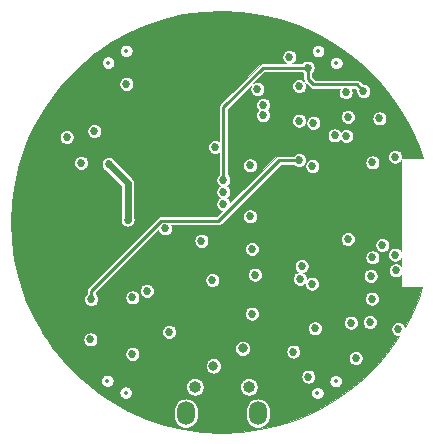
<source format=gbr>
%TF.GenerationSoftware,KiCad,Pcbnew,5.1.7+dfsg1-1~bpo10+1*%
%TF.CreationDate,Date%
%TF.ProjectId,osw-light,6f73772d-6c69-4676-9874-2e6b69636164,3.1*%
%TF.SameCoordinates,Original*%
%TF.FileFunction,Copper,L3,Inr*%
%TF.FilePolarity,Positive*%
%FSLAX46Y46*%
G04 Gerber Fmt 4.6, Leading zero omitted, Abs format (unit mm)*
G04 Created by KiCad*
%MOMM*%
%LPD*%
G01*
G04 APERTURE LIST*
%TA.AperFunction,ComponentPad*%
%ADD10O,1.500000X2.000000*%
%TD*%
%TA.AperFunction,ViaPad*%
%ADD11C,0.685800*%
%TD*%
%TA.AperFunction,ViaPad*%
%ADD12C,0.800000*%
%TD*%
%TA.AperFunction,Conductor*%
%ADD13C,0.600000*%
%TD*%
%TA.AperFunction,Conductor*%
%ADD14C,0.250000*%
%TD*%
%TA.AperFunction,Conductor*%
%ADD15C,0.100000*%
%TD*%
%ADD16C,0.330200*%
%ADD17C,0.350000*%
%ADD18O,0.999999X0.999999*%
%ADD19O,0.750000X1.200000*%
G04 APERTURE END LIST*
D10*
%TO.N,*%
%TO.C,U5*%
X79248000Y-117792500D03*
X73152000Y-117792500D03*
%TD*%
D11*
%TO.N,/EN*%
X87528400Y-113131600D03*
X83515200Y-114706400D03*
X88722100Y-110083600D03*
X88798400Y-106172000D03*
X88950800Y-104597200D03*
X88950800Y-96570800D03*
%TO.N,+3V3*%
X84077622Y-110615633D03*
X90864704Y-96082901D03*
X90864704Y-104369514D03*
X65074800Y-111556800D03*
X75613610Y-95273210D03*
X91135200Y-110680500D03*
X82245200Y-112585500D03*
X79215001Y-90355499D03*
X82740500Y-93027500D03*
X89535000Y-92837000D03*
X86867747Y-92709747D03*
%TO.N,/FLASH*%
X68630800Y-112776000D03*
X78740000Y-109372400D03*
%TO.N,GND*%
X71424800Y-109423200D03*
X71424800Y-107137200D03*
X71424800Y-107899200D03*
X71424800Y-108661200D03*
X77165200Y-95097600D03*
X63703200Y-106883200D03*
X70358000Y-98392100D03*
X70205600Y-100177600D03*
X74777600Y-100126800D03*
X73456800Y-97231200D03*
X68783200Y-97154900D03*
X74726800Y-91897200D03*
X77419200Y-88595200D03*
X80404251Y-111905123D03*
X85242400Y-113944400D03*
X91592400Y-109626400D03*
X74498300Y-98247200D03*
X91541600Y-93421200D03*
X89662000Y-90449400D03*
X82245200Y-85191600D03*
X81229200Y-84886800D03*
X80365600Y-84683600D03*
X70154800Y-85242400D03*
X61264800Y-92557600D03*
X59372500Y-97218500D03*
X59055000Y-98552000D03*
X59690000Y-107442000D03*
X60274200Y-108559600D03*
X60833000Y-109651800D03*
X61264800Y-110642400D03*
X62788800Y-112776000D03*
X63449200Y-113487200D03*
X70307200Y-117906800D03*
X71221600Y-118211600D03*
X80924400Y-118414800D03*
X81889600Y-118110000D03*
X88442800Y-113944400D03*
X89154000Y-113334800D03*
X89865200Y-112496600D03*
X71018400Y-96266000D03*
X71069200Y-94437200D03*
X87884000Y-103733600D03*
X87934800Y-100939600D03*
X86156800Y-104495600D03*
X85699600Y-106222800D03*
X74726800Y-109016800D03*
X76250800Y-109016800D03*
X80060800Y-109982000D03*
X81432400Y-109880400D03*
X81584800Y-111353600D03*
X81635600Y-114198400D03*
X81534000Y-116027200D03*
X70967600Y-116230400D03*
X71628000Y-114452400D03*
X65328800Y-109982000D03*
X61061600Y-108000800D03*
X72781323Y-100548277D03*
X63119000Y-101498500D03*
X83756500Y-90678000D03*
X81661000Y-93218000D03*
X65341500Y-95059500D03*
X63881000Y-93980000D03*
X62166500Y-96456500D03*
X66774068Y-106740292D03*
X65060386Y-97373941D03*
%TO.N,/VBAT*%
X75394514Y-106531819D03*
X69849900Y-107442000D03*
%TO.N,/LEDK*%
X65405000Y-93916500D03*
%TO.N,/TX*%
X87122000Y-110134400D03*
X88900000Y-108100000D03*
%TO.N,/BTN2*%
X68122800Y-89916000D03*
X76336000Y-100076000D03*
%TO.N,/BTN3*%
X88188800Y-90525600D03*
X83464400Y-88544400D03*
X76336000Y-98044000D03*
%TO.N,/SCL*%
X81915000Y-87630000D03*
X86677500Y-90620899D03*
X89789000Y-103568500D03*
%TO.N,/SDA*%
X82740500Y-90106500D03*
X83947000Y-93218000D03*
X86868000Y-103060500D03*
%TO.N,/PIN_LED*%
X63055500Y-94424500D03*
X76336000Y-99060000D03*
%TO.N,/MOSI*%
X82956400Y-105342410D03*
X90932000Y-105714800D03*
%TO.N,/IO34*%
X79692500Y-91694000D03*
X86740606Y-94330174D03*
%TO.N,/IO35*%
X79692500Y-92579803D03*
X85744189Y-94278311D03*
%TO.N,Net-(R1-Pad2)*%
X64284973Y-96598527D03*
%TO.N,Net-(R14-Pad1)*%
X71399500Y-102158800D03*
X74472800Y-103200200D03*
%TO.N,Net-(R15-Pad1)*%
X68630800Y-108000800D03*
X71729600Y-110917100D03*
%TO.N,/B_MON*%
X65125600Y-108153200D03*
X82753200Y-96367600D03*
%TO.N,/TFT_DC*%
X78587600Y-96824800D03*
X78587600Y-101142800D03*
%TO.N,/TFT_CS*%
X78740000Y-103892410D03*
X82804000Y-106426000D03*
%TO.N,/TFT_RST*%
X78994000Y-106067410D03*
X83870800Y-96875600D03*
%TO.N,/SCK*%
X83820000Y-106832400D03*
%TO.N,/3V3_2*%
X68212910Y-101402887D03*
X66611500Y-96710500D03*
D12*
%TO.N,/D_N*%
X75475000Y-113792000D03*
X77958703Y-112312203D03*
%TD*%
D13*
%TO.N,GND*%
X74356123Y-100548277D02*
X74777600Y-100126800D01*
X72781323Y-100548277D02*
X74356123Y-100548277D01*
X74777600Y-98526500D02*
X74498300Y-98247200D01*
X74777600Y-100126800D02*
X74777600Y-98526500D01*
X70576277Y-100548277D02*
X70205600Y-100177600D01*
X72781323Y-100548277D02*
X70576277Y-100548277D01*
D14*
%TO.N,/BTN3*%
X87616199Y-89952999D02*
X83929199Y-89952999D01*
X88188800Y-90525600D02*
X87616199Y-89952999D01*
X83464400Y-89488200D02*
X83929199Y-89952999D01*
X83464400Y-88544400D02*
X83464400Y-89488200D01*
X76327000Y-98035000D02*
X76336000Y-98044000D01*
X76327000Y-91884500D02*
X76327000Y-98035000D01*
X79667100Y-88544400D02*
X76327000Y-91884500D01*
X83464400Y-88544400D02*
X79667100Y-88544400D01*
%TO.N,/B_MON*%
X81032894Y-96367600D02*
X82753200Y-96367600D01*
X75909595Y-101490899D02*
X81032894Y-96367600D01*
X71078907Y-101490899D02*
X75909595Y-101490899D01*
X65125600Y-107444206D02*
X71078907Y-101490899D01*
X65125600Y-108153200D02*
X65125600Y-107444206D01*
D13*
%TO.N,/3V3_2*%
X68212910Y-98311910D02*
X66611500Y-96710500D01*
X68212910Y-101402887D02*
X68212910Y-98311910D01*
%TD*%
D15*
%TO.N,GND*%
X77849771Y-83815978D02*
X79485443Y-84044401D01*
X81093021Y-84422935D01*
X82658748Y-84948340D01*
X84169268Y-85616134D01*
X85611631Y-86420593D01*
X86973522Y-87354846D01*
X88243294Y-88410903D01*
X89410096Y-89579743D01*
X90463933Y-90851353D01*
X91395807Y-92214872D01*
X92197753Y-93658645D01*
X92862908Y-95170325D01*
X93201943Y-96186542D01*
X91445281Y-96203247D01*
X91457604Y-96141297D01*
X91457604Y-96024505D01*
X91434819Y-95909958D01*
X91390125Y-95802057D01*
X91325240Y-95704949D01*
X91242656Y-95622365D01*
X91145548Y-95557480D01*
X91037647Y-95512786D01*
X90923100Y-95490001D01*
X90806308Y-95490001D01*
X90691761Y-95512786D01*
X90583860Y-95557480D01*
X90486752Y-95622365D01*
X90404168Y-95704949D01*
X90339283Y-95802057D01*
X90294589Y-95909958D01*
X90271804Y-96024505D01*
X90271804Y-96141297D01*
X90294589Y-96255844D01*
X90339283Y-96363745D01*
X90404168Y-96460853D01*
X90486752Y-96543437D01*
X90583860Y-96608322D01*
X90691761Y-96653016D01*
X90806308Y-96675801D01*
X90923100Y-96675801D01*
X91037647Y-96653016D01*
X91145548Y-96608322D01*
X91242656Y-96543437D01*
X91325240Y-96460853D01*
X91390000Y-96363932D01*
X91390000Y-104088483D01*
X91325240Y-103991562D01*
X91242656Y-103908978D01*
X91145548Y-103844093D01*
X91037647Y-103799399D01*
X90923100Y-103776614D01*
X90806308Y-103776614D01*
X90691761Y-103799399D01*
X90583860Y-103844093D01*
X90486752Y-103908978D01*
X90404168Y-103991562D01*
X90339283Y-104088670D01*
X90294589Y-104196571D01*
X90271804Y-104311118D01*
X90271804Y-104427910D01*
X90294589Y-104542457D01*
X90339283Y-104650358D01*
X90404168Y-104747466D01*
X90486752Y-104830050D01*
X90583860Y-104894935D01*
X90691761Y-104939629D01*
X90806308Y-104962414D01*
X90923100Y-104962414D01*
X91037647Y-104939629D01*
X91145548Y-104894935D01*
X91242656Y-104830050D01*
X91325240Y-104747466D01*
X91390000Y-104650545D01*
X91390000Y-105334312D01*
X91309952Y-105254264D01*
X91212844Y-105189379D01*
X91104943Y-105144685D01*
X90990396Y-105121900D01*
X90873604Y-105121900D01*
X90759057Y-105144685D01*
X90651156Y-105189379D01*
X90554048Y-105254264D01*
X90471464Y-105336848D01*
X90406579Y-105433956D01*
X90361885Y-105541857D01*
X90339100Y-105656404D01*
X90339100Y-105773196D01*
X90361885Y-105887743D01*
X90406579Y-105995644D01*
X90471464Y-106092752D01*
X90554048Y-106175336D01*
X90651156Y-106240221D01*
X90759057Y-106284915D01*
X90873604Y-106307700D01*
X90990396Y-106307700D01*
X91104943Y-106284915D01*
X91212844Y-106240221D01*
X91309952Y-106175336D01*
X91390000Y-106095288D01*
X91390000Y-107048300D01*
X91391056Y-107058520D01*
X91393990Y-107067873D01*
X91398693Y-107076473D01*
X91404982Y-107083990D01*
X91412618Y-107090136D01*
X91421306Y-107094674D01*
X91430712Y-107097430D01*
X91440475Y-107098298D01*
X93179504Y-107081761D01*
X92851660Y-108058748D01*
X92183868Y-109569264D01*
X91686237Y-110461498D01*
X91660621Y-110399656D01*
X91595736Y-110302548D01*
X91513152Y-110219964D01*
X91416044Y-110155079D01*
X91308143Y-110110385D01*
X91193596Y-110087600D01*
X91076804Y-110087600D01*
X90962257Y-110110385D01*
X90854356Y-110155079D01*
X90757248Y-110219964D01*
X90674664Y-110302548D01*
X90609779Y-110399656D01*
X90565085Y-110507557D01*
X90542300Y-110622104D01*
X90542300Y-110738896D01*
X90565085Y-110853443D01*
X90609779Y-110961344D01*
X90674664Y-111058452D01*
X90757248Y-111141036D01*
X90854356Y-111205921D01*
X90962257Y-111250615D01*
X91076804Y-111273400D01*
X91193596Y-111273400D01*
X91200820Y-111271963D01*
X90445154Y-112373522D01*
X89389092Y-113643299D01*
X88220261Y-114810091D01*
X86948647Y-115863933D01*
X85585123Y-116795811D01*
X84141350Y-117597755D01*
X82629675Y-118262908D01*
X81063030Y-118785580D01*
X79454797Y-119161307D01*
X77818645Y-119386887D01*
X76200089Y-119460385D01*
X74550229Y-119384022D01*
X72914561Y-119155599D01*
X71306979Y-118777065D01*
X69741252Y-118251660D01*
X68230736Y-117583868D01*
X68068497Y-117493381D01*
X72152000Y-117493381D01*
X72152000Y-118091620D01*
X72166470Y-118238534D01*
X72223651Y-118427035D01*
X72316509Y-118600758D01*
X72441473Y-118753028D01*
X72593743Y-118877992D01*
X72767466Y-118970849D01*
X72955967Y-119028030D01*
X73152000Y-119047338D01*
X73348034Y-119028030D01*
X73536535Y-118970849D01*
X73710258Y-118877992D01*
X73862528Y-118753028D01*
X73987492Y-118600758D01*
X74080349Y-118427035D01*
X74137530Y-118238533D01*
X74152000Y-118091619D01*
X74152000Y-117493381D01*
X78248000Y-117493381D01*
X78248000Y-118091620D01*
X78262470Y-118238534D01*
X78319651Y-118427035D01*
X78412509Y-118600758D01*
X78537473Y-118753028D01*
X78689743Y-118877992D01*
X78863466Y-118970849D01*
X79051967Y-119028030D01*
X79248000Y-119047338D01*
X79444034Y-119028030D01*
X79632535Y-118970849D01*
X79806258Y-118877992D01*
X79958528Y-118753028D01*
X80083492Y-118600758D01*
X80176349Y-118427035D01*
X80233530Y-118238533D01*
X80248000Y-118091619D01*
X80248000Y-117493380D01*
X80233530Y-117346466D01*
X80176349Y-117157965D01*
X80083492Y-116984242D01*
X79958528Y-116831972D01*
X79806258Y-116707008D01*
X79632534Y-116614151D01*
X79444033Y-116556970D01*
X79248000Y-116537662D01*
X79051966Y-116556970D01*
X78863465Y-116614151D01*
X78689742Y-116707008D01*
X78537472Y-116831972D01*
X78412508Y-116984242D01*
X78319651Y-117157966D01*
X78262470Y-117346467D01*
X78248000Y-117493381D01*
X74152000Y-117493381D01*
X74152000Y-117493380D01*
X74137530Y-117346466D01*
X74080349Y-117157965D01*
X73987492Y-116984242D01*
X73862528Y-116831972D01*
X73710258Y-116707008D01*
X73536534Y-116614151D01*
X73348033Y-116556970D01*
X73152000Y-116537662D01*
X72955966Y-116556970D01*
X72767465Y-116614151D01*
X72593742Y-116707008D01*
X72441472Y-116831972D01*
X72316508Y-116984242D01*
X72223651Y-117157966D01*
X72166470Y-117346467D01*
X72152000Y-117493381D01*
X68068497Y-117493381D01*
X66788369Y-116779407D01*
X65655812Y-116002476D01*
X67530578Y-116002476D01*
X67530578Y-116105892D01*
X67550754Y-116207321D01*
X67590329Y-116302865D01*
X67647784Y-116388852D01*
X67720910Y-116461978D01*
X67806897Y-116519433D01*
X67902441Y-116559008D01*
X68003870Y-116579184D01*
X68107286Y-116579184D01*
X68208715Y-116559008D01*
X68304259Y-116519433D01*
X68390246Y-116461978D01*
X68463372Y-116388852D01*
X68520827Y-116302865D01*
X68560402Y-116207321D01*
X68580578Y-116105892D01*
X68580578Y-116002476D01*
X68560402Y-115901047D01*
X68520827Y-115805503D01*
X68463372Y-115719516D01*
X68390246Y-115646390D01*
X68304259Y-115588935D01*
X68208715Y-115549360D01*
X68107286Y-115529184D01*
X68003870Y-115529184D01*
X67902441Y-115549360D01*
X67806897Y-115588935D01*
X67720910Y-115646390D01*
X67647784Y-115719516D01*
X67590329Y-115805503D01*
X67550754Y-115901047D01*
X67530578Y-116002476D01*
X65655812Y-116002476D01*
X65426478Y-115845154D01*
X64409717Y-114999523D01*
X65986166Y-114999523D01*
X65986166Y-115102939D01*
X66006342Y-115204368D01*
X66045917Y-115299912D01*
X66103372Y-115385899D01*
X66176498Y-115459025D01*
X66262485Y-115516480D01*
X66358029Y-115556055D01*
X66459458Y-115576231D01*
X66562874Y-115576231D01*
X66664303Y-115556055D01*
X66759847Y-115516480D01*
X66790301Y-115496131D01*
X73164000Y-115496131D01*
X73164000Y-115643869D01*
X73192822Y-115788767D01*
X73249359Y-115925258D01*
X73331437Y-116048097D01*
X73435903Y-116152563D01*
X73558742Y-116234641D01*
X73695233Y-116291178D01*
X73840131Y-116320000D01*
X73987869Y-116320000D01*
X74132767Y-116291178D01*
X74269258Y-116234641D01*
X74392097Y-116152563D01*
X74496563Y-116048097D01*
X74578641Y-115925258D01*
X74635178Y-115788767D01*
X74664000Y-115643869D01*
X74664000Y-115496131D01*
X77736000Y-115496131D01*
X77736000Y-115643869D01*
X77764822Y-115788767D01*
X77821359Y-115925258D01*
X77903437Y-116048097D01*
X78007903Y-116152563D01*
X78130742Y-116234641D01*
X78267233Y-116291178D01*
X78412131Y-116320000D01*
X78559869Y-116320000D01*
X78704767Y-116291178D01*
X78841258Y-116234641D01*
X78964097Y-116152563D01*
X79068563Y-116048097D01*
X79075936Y-116037061D01*
X83766166Y-116037061D01*
X83766166Y-116140477D01*
X83786342Y-116241906D01*
X83825917Y-116337450D01*
X83883372Y-116423437D01*
X83956498Y-116496563D01*
X84042485Y-116554018D01*
X84138029Y-116593593D01*
X84239458Y-116613769D01*
X84342874Y-116613769D01*
X84444303Y-116593593D01*
X84539847Y-116554018D01*
X84625834Y-116496563D01*
X84698960Y-116423437D01*
X84756415Y-116337450D01*
X84795990Y-116241906D01*
X84816166Y-116140477D01*
X84816166Y-116037061D01*
X84795990Y-115935632D01*
X84756415Y-115840088D01*
X84698960Y-115754101D01*
X84625834Y-115680975D01*
X84539847Y-115623520D01*
X84444303Y-115583945D01*
X84342874Y-115563769D01*
X84239458Y-115563769D01*
X84138029Y-115583945D01*
X84042485Y-115623520D01*
X83956498Y-115680975D01*
X83883372Y-115754101D01*
X83825917Y-115840088D01*
X83786342Y-115935632D01*
X83766166Y-116037061D01*
X79075936Y-116037061D01*
X79150641Y-115925258D01*
X79207178Y-115788767D01*
X79236000Y-115643869D01*
X79236000Y-115496131D01*
X79207178Y-115351233D01*
X79150641Y-115214742D01*
X79068563Y-115091903D01*
X78964097Y-114987437D01*
X78841258Y-114905359D01*
X78704767Y-114848822D01*
X78559869Y-114820000D01*
X78412131Y-114820000D01*
X78267233Y-114848822D01*
X78130742Y-114905359D01*
X78007903Y-114987437D01*
X77903437Y-115091903D01*
X77821359Y-115214742D01*
X77764822Y-115351233D01*
X77736000Y-115496131D01*
X74664000Y-115496131D01*
X74635178Y-115351233D01*
X74578641Y-115214742D01*
X74496563Y-115091903D01*
X74392097Y-114987437D01*
X74269258Y-114905359D01*
X74132767Y-114848822D01*
X73987869Y-114820000D01*
X73840131Y-114820000D01*
X73695233Y-114848822D01*
X73558742Y-114905359D01*
X73435903Y-114987437D01*
X73331437Y-115091903D01*
X73249359Y-115214742D01*
X73192822Y-115351233D01*
X73164000Y-115496131D01*
X66790301Y-115496131D01*
X66845834Y-115459025D01*
X66918960Y-115385899D01*
X66976415Y-115299912D01*
X67015990Y-115204368D01*
X67036166Y-115102939D01*
X67036166Y-114999523D01*
X67015990Y-114898094D01*
X66976415Y-114802550D01*
X66918960Y-114716563D01*
X66850401Y-114648004D01*
X82922300Y-114648004D01*
X82922300Y-114764796D01*
X82945085Y-114879343D01*
X82989779Y-114987244D01*
X83054664Y-115084352D01*
X83137248Y-115166936D01*
X83234356Y-115231821D01*
X83342257Y-115276515D01*
X83456804Y-115299300D01*
X83573596Y-115299300D01*
X83688143Y-115276515D01*
X83796044Y-115231821D01*
X83893152Y-115166936D01*
X83975736Y-115084352D01*
X84009307Y-115034108D01*
X85310578Y-115034108D01*
X85310578Y-115137524D01*
X85330754Y-115238953D01*
X85370329Y-115334497D01*
X85427784Y-115420484D01*
X85500910Y-115493610D01*
X85586897Y-115551065D01*
X85682441Y-115590640D01*
X85783870Y-115610816D01*
X85887286Y-115610816D01*
X85988715Y-115590640D01*
X86084259Y-115551065D01*
X86170246Y-115493610D01*
X86243372Y-115420484D01*
X86300827Y-115334497D01*
X86340402Y-115238953D01*
X86360578Y-115137524D01*
X86360578Y-115034108D01*
X86340402Y-114932679D01*
X86300827Y-114837135D01*
X86243372Y-114751148D01*
X86170246Y-114678022D01*
X86084259Y-114620567D01*
X85988715Y-114580992D01*
X85887286Y-114560816D01*
X85783870Y-114560816D01*
X85682441Y-114580992D01*
X85586897Y-114620567D01*
X85500910Y-114678022D01*
X85427784Y-114751148D01*
X85370329Y-114837135D01*
X85330754Y-114932679D01*
X85310578Y-115034108D01*
X84009307Y-115034108D01*
X84040621Y-114987244D01*
X84085315Y-114879343D01*
X84108100Y-114764796D01*
X84108100Y-114648004D01*
X84085315Y-114533457D01*
X84040621Y-114425556D01*
X83975736Y-114328448D01*
X83893152Y-114245864D01*
X83796044Y-114180979D01*
X83688143Y-114136285D01*
X83573596Y-114113500D01*
X83456804Y-114113500D01*
X83342257Y-114136285D01*
X83234356Y-114180979D01*
X83137248Y-114245864D01*
X83054664Y-114328448D01*
X82989779Y-114425556D01*
X82945085Y-114533457D01*
X82922300Y-114648004D01*
X66850401Y-114648004D01*
X66845834Y-114643437D01*
X66759847Y-114585982D01*
X66664303Y-114546407D01*
X66562874Y-114526231D01*
X66459458Y-114526231D01*
X66358029Y-114546407D01*
X66262485Y-114585982D01*
X66176498Y-114643437D01*
X66103372Y-114716563D01*
X66045917Y-114802550D01*
X66006342Y-114898094D01*
X65986166Y-114999523D01*
X64409717Y-114999523D01*
X64156701Y-114789092D01*
X63097442Y-113727981D01*
X74825000Y-113727981D01*
X74825000Y-113856019D01*
X74849979Y-113981598D01*
X74898978Y-114099890D01*
X74970112Y-114206351D01*
X75060649Y-114296888D01*
X75167110Y-114368022D01*
X75285402Y-114417021D01*
X75410981Y-114442000D01*
X75539019Y-114442000D01*
X75664598Y-114417021D01*
X75782890Y-114368022D01*
X75889351Y-114296888D01*
X75979888Y-114206351D01*
X76051022Y-114099890D01*
X76100021Y-113981598D01*
X76125000Y-113856019D01*
X76125000Y-113727981D01*
X76100021Y-113602402D01*
X76051022Y-113484110D01*
X75979888Y-113377649D01*
X75889351Y-113287112D01*
X75782890Y-113215978D01*
X75664598Y-113166979D01*
X75539019Y-113142000D01*
X75410981Y-113142000D01*
X75285402Y-113166979D01*
X75167110Y-113215978D01*
X75060649Y-113287112D01*
X74970112Y-113377649D01*
X74898978Y-113484110D01*
X74849979Y-113602402D01*
X74825000Y-113727981D01*
X63097442Y-113727981D01*
X62989909Y-113620261D01*
X62241838Y-112717604D01*
X68037900Y-112717604D01*
X68037900Y-112834396D01*
X68060685Y-112948943D01*
X68105379Y-113056844D01*
X68170264Y-113153952D01*
X68252848Y-113236536D01*
X68349956Y-113301421D01*
X68457857Y-113346115D01*
X68572404Y-113368900D01*
X68689196Y-113368900D01*
X68803743Y-113346115D01*
X68911644Y-113301421D01*
X69008752Y-113236536D01*
X69091336Y-113153952D01*
X69156221Y-113056844D01*
X69200915Y-112948943D01*
X69223700Y-112834396D01*
X69223700Y-112717604D01*
X69200915Y-112603057D01*
X69156221Y-112495156D01*
X69091336Y-112398048D01*
X69008752Y-112315464D01*
X68911644Y-112250579D01*
X68905862Y-112248184D01*
X77308703Y-112248184D01*
X77308703Y-112376222D01*
X77333682Y-112501801D01*
X77382681Y-112620093D01*
X77453815Y-112726554D01*
X77544352Y-112817091D01*
X77650813Y-112888225D01*
X77769105Y-112937224D01*
X77894684Y-112962203D01*
X78022722Y-112962203D01*
X78148301Y-112937224D01*
X78266593Y-112888225D01*
X78373054Y-112817091D01*
X78463591Y-112726554D01*
X78534725Y-112620093D01*
X78573242Y-112527104D01*
X81652300Y-112527104D01*
X81652300Y-112643896D01*
X81675085Y-112758443D01*
X81719779Y-112866344D01*
X81784664Y-112963452D01*
X81867248Y-113046036D01*
X81964356Y-113110921D01*
X82072257Y-113155615D01*
X82186804Y-113178400D01*
X82303596Y-113178400D01*
X82418143Y-113155615D01*
X82526044Y-113110921D01*
X82582491Y-113073204D01*
X86935500Y-113073204D01*
X86935500Y-113189996D01*
X86958285Y-113304543D01*
X87002979Y-113412444D01*
X87067864Y-113509552D01*
X87150448Y-113592136D01*
X87247556Y-113657021D01*
X87355457Y-113701715D01*
X87470004Y-113724500D01*
X87586796Y-113724500D01*
X87701343Y-113701715D01*
X87809244Y-113657021D01*
X87906352Y-113592136D01*
X87988936Y-113509552D01*
X88053821Y-113412444D01*
X88098515Y-113304543D01*
X88121300Y-113189996D01*
X88121300Y-113073204D01*
X88098515Y-112958657D01*
X88053821Y-112850756D01*
X87988936Y-112753648D01*
X87906352Y-112671064D01*
X87809244Y-112606179D01*
X87701343Y-112561485D01*
X87586796Y-112538700D01*
X87470004Y-112538700D01*
X87355457Y-112561485D01*
X87247556Y-112606179D01*
X87150448Y-112671064D01*
X87067864Y-112753648D01*
X87002979Y-112850756D01*
X86958285Y-112958657D01*
X86935500Y-113073204D01*
X82582491Y-113073204D01*
X82623152Y-113046036D01*
X82705736Y-112963452D01*
X82770621Y-112866344D01*
X82815315Y-112758443D01*
X82838100Y-112643896D01*
X82838100Y-112527104D01*
X82815315Y-112412557D01*
X82770621Y-112304656D01*
X82705736Y-112207548D01*
X82623152Y-112124964D01*
X82526044Y-112060079D01*
X82418143Y-112015385D01*
X82303596Y-111992600D01*
X82186804Y-111992600D01*
X82072257Y-112015385D01*
X81964356Y-112060079D01*
X81867248Y-112124964D01*
X81784664Y-112207548D01*
X81719779Y-112304656D01*
X81675085Y-112412557D01*
X81652300Y-112527104D01*
X78573242Y-112527104D01*
X78583724Y-112501801D01*
X78608703Y-112376222D01*
X78608703Y-112248184D01*
X78583724Y-112122605D01*
X78534725Y-112004313D01*
X78463591Y-111897852D01*
X78373054Y-111807315D01*
X78266593Y-111736181D01*
X78148301Y-111687182D01*
X78022722Y-111662203D01*
X77894684Y-111662203D01*
X77769105Y-111687182D01*
X77650813Y-111736181D01*
X77544352Y-111807315D01*
X77453815Y-111897852D01*
X77382681Y-112004313D01*
X77333682Y-112122605D01*
X77308703Y-112248184D01*
X68905862Y-112248184D01*
X68803743Y-112205885D01*
X68689196Y-112183100D01*
X68572404Y-112183100D01*
X68457857Y-112205885D01*
X68349956Y-112250579D01*
X68252848Y-112315464D01*
X68170264Y-112398048D01*
X68105379Y-112495156D01*
X68060685Y-112603057D01*
X68037900Y-112717604D01*
X62241838Y-112717604D01*
X61936067Y-112348647D01*
X61354983Y-111498404D01*
X64481900Y-111498404D01*
X64481900Y-111615196D01*
X64504685Y-111729743D01*
X64549379Y-111837644D01*
X64614264Y-111934752D01*
X64696848Y-112017336D01*
X64793956Y-112082221D01*
X64901857Y-112126915D01*
X65016404Y-112149700D01*
X65133196Y-112149700D01*
X65247743Y-112126915D01*
X65355644Y-112082221D01*
X65452752Y-112017336D01*
X65535336Y-111934752D01*
X65600221Y-111837644D01*
X65644915Y-111729743D01*
X65667700Y-111615196D01*
X65667700Y-111498404D01*
X65644915Y-111383857D01*
X65600221Y-111275956D01*
X65535336Y-111178848D01*
X65452752Y-111096264D01*
X65355644Y-111031379D01*
X65247743Y-110986685D01*
X65133196Y-110963900D01*
X65016404Y-110963900D01*
X64901857Y-110986685D01*
X64793956Y-111031379D01*
X64696848Y-111096264D01*
X64614264Y-111178848D01*
X64549379Y-111275956D01*
X64504685Y-111383857D01*
X64481900Y-111498404D01*
X61354983Y-111498404D01*
X61004189Y-110985123D01*
X60933970Y-110858704D01*
X71136700Y-110858704D01*
X71136700Y-110975496D01*
X71159485Y-111090043D01*
X71204179Y-111197944D01*
X71269064Y-111295052D01*
X71351648Y-111377636D01*
X71448756Y-111442521D01*
X71556657Y-111487215D01*
X71671204Y-111510000D01*
X71787996Y-111510000D01*
X71902543Y-111487215D01*
X72010444Y-111442521D01*
X72107552Y-111377636D01*
X72190136Y-111295052D01*
X72255021Y-111197944D01*
X72299715Y-111090043D01*
X72322500Y-110975496D01*
X72322500Y-110858704D01*
X72299715Y-110744157D01*
X72255021Y-110636256D01*
X72202223Y-110557237D01*
X83484722Y-110557237D01*
X83484722Y-110674029D01*
X83507507Y-110788576D01*
X83552201Y-110896477D01*
X83617086Y-110993585D01*
X83699670Y-111076169D01*
X83796778Y-111141054D01*
X83904679Y-111185748D01*
X84019226Y-111208533D01*
X84136018Y-111208533D01*
X84250565Y-111185748D01*
X84358466Y-111141054D01*
X84455574Y-111076169D01*
X84538158Y-110993585D01*
X84603043Y-110896477D01*
X84647737Y-110788576D01*
X84670522Y-110674029D01*
X84670522Y-110557237D01*
X84647737Y-110442690D01*
X84603043Y-110334789D01*
X84538158Y-110237681D01*
X84455574Y-110155097D01*
X84358466Y-110090212D01*
X84324165Y-110076004D01*
X86529100Y-110076004D01*
X86529100Y-110192796D01*
X86551885Y-110307343D01*
X86596579Y-110415244D01*
X86661464Y-110512352D01*
X86744048Y-110594936D01*
X86841156Y-110659821D01*
X86949057Y-110704515D01*
X87063604Y-110727300D01*
X87180396Y-110727300D01*
X87294943Y-110704515D01*
X87402844Y-110659821D01*
X87499952Y-110594936D01*
X87582536Y-110512352D01*
X87647421Y-110415244D01*
X87692115Y-110307343D01*
X87714900Y-110192796D01*
X87714900Y-110076004D01*
X87704796Y-110025204D01*
X88129200Y-110025204D01*
X88129200Y-110141996D01*
X88151985Y-110256543D01*
X88196679Y-110364444D01*
X88261564Y-110461552D01*
X88344148Y-110544136D01*
X88441256Y-110609021D01*
X88549157Y-110653715D01*
X88663704Y-110676500D01*
X88780496Y-110676500D01*
X88895043Y-110653715D01*
X89002944Y-110609021D01*
X89100052Y-110544136D01*
X89182636Y-110461552D01*
X89247521Y-110364444D01*
X89292215Y-110256543D01*
X89315000Y-110141996D01*
X89315000Y-110025204D01*
X89292215Y-109910657D01*
X89247521Y-109802756D01*
X89182636Y-109705648D01*
X89100052Y-109623064D01*
X89002944Y-109558179D01*
X88895043Y-109513485D01*
X88780496Y-109490700D01*
X88663704Y-109490700D01*
X88549157Y-109513485D01*
X88441256Y-109558179D01*
X88344148Y-109623064D01*
X88261564Y-109705648D01*
X88196679Y-109802756D01*
X88151985Y-109910657D01*
X88129200Y-110025204D01*
X87704796Y-110025204D01*
X87692115Y-109961457D01*
X87647421Y-109853556D01*
X87582536Y-109756448D01*
X87499952Y-109673864D01*
X87402844Y-109608979D01*
X87294943Y-109564285D01*
X87180396Y-109541500D01*
X87063604Y-109541500D01*
X86949057Y-109564285D01*
X86841156Y-109608979D01*
X86744048Y-109673864D01*
X86661464Y-109756448D01*
X86596579Y-109853556D01*
X86551885Y-109961457D01*
X86529100Y-110076004D01*
X84324165Y-110076004D01*
X84250565Y-110045518D01*
X84136018Y-110022733D01*
X84019226Y-110022733D01*
X83904679Y-110045518D01*
X83796778Y-110090212D01*
X83699670Y-110155097D01*
X83617086Y-110237681D01*
X83552201Y-110334789D01*
X83507507Y-110442690D01*
X83484722Y-110557237D01*
X72202223Y-110557237D01*
X72190136Y-110539148D01*
X72107552Y-110456564D01*
X72010444Y-110391679D01*
X71902543Y-110346985D01*
X71787996Y-110324200D01*
X71671204Y-110324200D01*
X71556657Y-110346985D01*
X71448756Y-110391679D01*
X71351648Y-110456564D01*
X71269064Y-110539148D01*
X71204179Y-110636256D01*
X71159485Y-110744157D01*
X71136700Y-110858704D01*
X60933970Y-110858704D01*
X60202245Y-109541350D01*
X60102211Y-109314004D01*
X78147100Y-109314004D01*
X78147100Y-109430796D01*
X78169885Y-109545343D01*
X78214579Y-109653244D01*
X78279464Y-109750352D01*
X78362048Y-109832936D01*
X78459156Y-109897821D01*
X78567057Y-109942515D01*
X78681604Y-109965300D01*
X78798396Y-109965300D01*
X78912943Y-109942515D01*
X79020844Y-109897821D01*
X79117952Y-109832936D01*
X79200536Y-109750352D01*
X79265421Y-109653244D01*
X79310115Y-109545343D01*
X79332900Y-109430796D01*
X79332900Y-109314004D01*
X79310115Y-109199457D01*
X79265421Y-109091556D01*
X79200536Y-108994448D01*
X79117952Y-108911864D01*
X79020844Y-108846979D01*
X78912943Y-108802285D01*
X78798396Y-108779500D01*
X78681604Y-108779500D01*
X78567057Y-108802285D01*
X78459156Y-108846979D01*
X78362048Y-108911864D01*
X78279464Y-108994448D01*
X78214579Y-109091556D01*
X78169885Y-109199457D01*
X78147100Y-109314004D01*
X60102211Y-109314004D01*
X59565750Y-108094804D01*
X64532700Y-108094804D01*
X64532700Y-108211596D01*
X64555485Y-108326143D01*
X64600179Y-108434044D01*
X64665064Y-108531152D01*
X64747648Y-108613736D01*
X64844756Y-108678621D01*
X64952657Y-108723315D01*
X65067204Y-108746100D01*
X65183996Y-108746100D01*
X65298543Y-108723315D01*
X65406444Y-108678621D01*
X65503552Y-108613736D01*
X65586136Y-108531152D01*
X65651021Y-108434044D01*
X65695715Y-108326143D01*
X65718500Y-108211596D01*
X65718500Y-108094804D01*
X65695715Y-107980257D01*
X65680036Y-107942404D01*
X68037900Y-107942404D01*
X68037900Y-108059196D01*
X68060685Y-108173743D01*
X68105379Y-108281644D01*
X68170264Y-108378752D01*
X68252848Y-108461336D01*
X68349956Y-108526221D01*
X68457857Y-108570915D01*
X68572404Y-108593700D01*
X68689196Y-108593700D01*
X68803743Y-108570915D01*
X68911644Y-108526221D01*
X69008752Y-108461336D01*
X69091336Y-108378752D01*
X69156221Y-108281644D01*
X69200915Y-108173743D01*
X69223700Y-108059196D01*
X69223700Y-108041604D01*
X88307100Y-108041604D01*
X88307100Y-108158396D01*
X88329885Y-108272943D01*
X88374579Y-108380844D01*
X88439464Y-108477952D01*
X88522048Y-108560536D01*
X88619156Y-108625421D01*
X88727057Y-108670115D01*
X88841604Y-108692900D01*
X88958396Y-108692900D01*
X89072943Y-108670115D01*
X89180844Y-108625421D01*
X89277952Y-108560536D01*
X89360536Y-108477952D01*
X89425421Y-108380844D01*
X89470115Y-108272943D01*
X89492900Y-108158396D01*
X89492900Y-108041604D01*
X89470115Y-107927057D01*
X89425421Y-107819156D01*
X89360536Y-107722048D01*
X89277952Y-107639464D01*
X89180844Y-107574579D01*
X89072943Y-107529885D01*
X88958396Y-107507100D01*
X88841604Y-107507100D01*
X88727057Y-107529885D01*
X88619156Y-107574579D01*
X88522048Y-107639464D01*
X88439464Y-107722048D01*
X88374579Y-107819156D01*
X88329885Y-107927057D01*
X88307100Y-108041604D01*
X69223700Y-108041604D01*
X69223700Y-107942404D01*
X69200915Y-107827857D01*
X69156221Y-107719956D01*
X69091336Y-107622848D01*
X69008752Y-107540264D01*
X68911644Y-107475379D01*
X68803743Y-107430685D01*
X68689196Y-107407900D01*
X68572404Y-107407900D01*
X68457857Y-107430685D01*
X68349956Y-107475379D01*
X68252848Y-107540264D01*
X68170264Y-107622848D01*
X68105379Y-107719956D01*
X68060685Y-107827857D01*
X68037900Y-107942404D01*
X65680036Y-107942404D01*
X65651021Y-107872356D01*
X65586136Y-107775248D01*
X65503552Y-107692664D01*
X65500600Y-107690692D01*
X65500600Y-107599535D01*
X65716531Y-107383604D01*
X69257000Y-107383604D01*
X69257000Y-107500396D01*
X69279785Y-107614943D01*
X69324479Y-107722844D01*
X69389364Y-107819952D01*
X69471948Y-107902536D01*
X69569056Y-107967421D01*
X69676957Y-108012115D01*
X69791504Y-108034900D01*
X69908296Y-108034900D01*
X70022843Y-108012115D01*
X70130744Y-107967421D01*
X70227852Y-107902536D01*
X70310436Y-107819952D01*
X70375321Y-107722844D01*
X70420015Y-107614943D01*
X70442800Y-107500396D01*
X70442800Y-107383604D01*
X70420015Y-107269057D01*
X70375321Y-107161156D01*
X70310436Y-107064048D01*
X70227852Y-106981464D01*
X70130744Y-106916579D01*
X70022843Y-106871885D01*
X69908296Y-106849100D01*
X69791504Y-106849100D01*
X69676957Y-106871885D01*
X69569056Y-106916579D01*
X69471948Y-106981464D01*
X69389364Y-107064048D01*
X69324479Y-107161156D01*
X69279785Y-107269057D01*
X69257000Y-107383604D01*
X65716531Y-107383604D01*
X66626712Y-106473423D01*
X74801614Y-106473423D01*
X74801614Y-106590215D01*
X74824399Y-106704762D01*
X74869093Y-106812663D01*
X74933978Y-106909771D01*
X75016562Y-106992355D01*
X75113670Y-107057240D01*
X75221571Y-107101934D01*
X75336118Y-107124719D01*
X75452910Y-107124719D01*
X75567457Y-107101934D01*
X75675358Y-107057240D01*
X75772466Y-106992355D01*
X75855050Y-106909771D01*
X75919935Y-106812663D01*
X75964629Y-106704762D01*
X75987414Y-106590215D01*
X75987414Y-106473423D01*
X75964629Y-106358876D01*
X75919935Y-106250975D01*
X75855050Y-106153867D01*
X75772466Y-106071283D01*
X75679274Y-106009014D01*
X78401100Y-106009014D01*
X78401100Y-106125806D01*
X78423885Y-106240353D01*
X78468579Y-106348254D01*
X78533464Y-106445362D01*
X78616048Y-106527946D01*
X78713156Y-106592831D01*
X78821057Y-106637525D01*
X78935604Y-106660310D01*
X79052396Y-106660310D01*
X79166943Y-106637525D01*
X79274844Y-106592831D01*
X79371952Y-106527946D01*
X79454536Y-106445362D01*
X79506491Y-106367604D01*
X82211100Y-106367604D01*
X82211100Y-106484396D01*
X82233885Y-106598943D01*
X82278579Y-106706844D01*
X82343464Y-106803952D01*
X82426048Y-106886536D01*
X82523156Y-106951421D01*
X82631057Y-106996115D01*
X82745604Y-107018900D01*
X82862396Y-107018900D01*
X82976943Y-106996115D01*
X83084844Y-106951421D01*
X83181952Y-106886536D01*
X83227100Y-106841388D01*
X83227100Y-106890796D01*
X83249885Y-107005343D01*
X83294579Y-107113244D01*
X83359464Y-107210352D01*
X83442048Y-107292936D01*
X83539156Y-107357821D01*
X83647057Y-107402515D01*
X83761604Y-107425300D01*
X83878396Y-107425300D01*
X83992943Y-107402515D01*
X84100844Y-107357821D01*
X84197952Y-107292936D01*
X84280536Y-107210352D01*
X84345421Y-107113244D01*
X84390115Y-107005343D01*
X84412900Y-106890796D01*
X84412900Y-106774004D01*
X84390115Y-106659457D01*
X84345421Y-106551556D01*
X84280536Y-106454448D01*
X84197952Y-106371864D01*
X84100844Y-106306979D01*
X83992943Y-106262285D01*
X83878396Y-106239500D01*
X83761604Y-106239500D01*
X83647057Y-106262285D01*
X83539156Y-106306979D01*
X83442048Y-106371864D01*
X83396900Y-106417012D01*
X83396900Y-106367604D01*
X83374115Y-106253057D01*
X83329421Y-106145156D01*
X83308339Y-106113604D01*
X88205500Y-106113604D01*
X88205500Y-106230396D01*
X88228285Y-106344943D01*
X88272979Y-106452844D01*
X88337864Y-106549952D01*
X88420448Y-106632536D01*
X88517556Y-106697421D01*
X88625457Y-106742115D01*
X88740004Y-106764900D01*
X88856796Y-106764900D01*
X88971343Y-106742115D01*
X89079244Y-106697421D01*
X89176352Y-106632536D01*
X89258936Y-106549952D01*
X89323821Y-106452844D01*
X89368515Y-106344943D01*
X89391300Y-106230396D01*
X89391300Y-106113604D01*
X89368515Y-105999057D01*
X89323821Y-105891156D01*
X89258936Y-105794048D01*
X89176352Y-105711464D01*
X89079244Y-105646579D01*
X88971343Y-105601885D01*
X88856796Y-105579100D01*
X88740004Y-105579100D01*
X88625457Y-105601885D01*
X88517556Y-105646579D01*
X88420448Y-105711464D01*
X88337864Y-105794048D01*
X88272979Y-105891156D01*
X88228285Y-105999057D01*
X88205500Y-106113604D01*
X83308339Y-106113604D01*
X83264536Y-106048048D01*
X83181952Y-105965464D01*
X83108829Y-105916605D01*
X83129343Y-105912525D01*
X83237244Y-105867831D01*
X83334352Y-105802946D01*
X83416936Y-105720362D01*
X83481821Y-105623254D01*
X83526515Y-105515353D01*
X83549300Y-105400806D01*
X83549300Y-105284014D01*
X83526515Y-105169467D01*
X83481821Y-105061566D01*
X83416936Y-104964458D01*
X83334352Y-104881874D01*
X83237244Y-104816989D01*
X83129343Y-104772295D01*
X83014796Y-104749510D01*
X82898004Y-104749510D01*
X82783457Y-104772295D01*
X82675556Y-104816989D01*
X82578448Y-104881874D01*
X82495864Y-104964458D01*
X82430979Y-105061566D01*
X82386285Y-105169467D01*
X82363500Y-105284014D01*
X82363500Y-105400806D01*
X82386285Y-105515353D01*
X82430979Y-105623254D01*
X82495864Y-105720362D01*
X82578448Y-105802946D01*
X82651571Y-105851805D01*
X82631057Y-105855885D01*
X82523156Y-105900579D01*
X82426048Y-105965464D01*
X82343464Y-106048048D01*
X82278579Y-106145156D01*
X82233885Y-106253057D01*
X82211100Y-106367604D01*
X79506491Y-106367604D01*
X79519421Y-106348254D01*
X79564115Y-106240353D01*
X79586900Y-106125806D01*
X79586900Y-106009014D01*
X79564115Y-105894467D01*
X79519421Y-105786566D01*
X79454536Y-105689458D01*
X79371952Y-105606874D01*
X79274844Y-105541989D01*
X79166943Y-105497295D01*
X79052396Y-105474510D01*
X78935604Y-105474510D01*
X78821057Y-105497295D01*
X78713156Y-105541989D01*
X78616048Y-105606874D01*
X78533464Y-105689458D01*
X78468579Y-105786566D01*
X78423885Y-105894467D01*
X78401100Y-106009014D01*
X75679274Y-106009014D01*
X75675358Y-106006398D01*
X75567457Y-105961704D01*
X75452910Y-105938919D01*
X75336118Y-105938919D01*
X75221571Y-105961704D01*
X75113670Y-106006398D01*
X75016562Y-106071283D01*
X74933978Y-106153867D01*
X74869093Y-106250975D01*
X74824399Y-106358876D01*
X74801614Y-106473423D01*
X66626712Y-106473423D01*
X68561331Y-104538804D01*
X88357900Y-104538804D01*
X88357900Y-104655596D01*
X88380685Y-104770143D01*
X88425379Y-104878044D01*
X88490264Y-104975152D01*
X88572848Y-105057736D01*
X88669956Y-105122621D01*
X88777857Y-105167315D01*
X88892404Y-105190100D01*
X89009196Y-105190100D01*
X89123743Y-105167315D01*
X89231644Y-105122621D01*
X89328752Y-105057736D01*
X89411336Y-104975152D01*
X89476221Y-104878044D01*
X89520915Y-104770143D01*
X89543700Y-104655596D01*
X89543700Y-104538804D01*
X89520915Y-104424257D01*
X89476221Y-104316356D01*
X89411336Y-104219248D01*
X89328752Y-104136664D01*
X89231644Y-104071779D01*
X89123743Y-104027085D01*
X89009196Y-104004300D01*
X88892404Y-104004300D01*
X88777857Y-104027085D01*
X88669956Y-104071779D01*
X88572848Y-104136664D01*
X88490264Y-104219248D01*
X88425379Y-104316356D01*
X88380685Y-104424257D01*
X88357900Y-104538804D01*
X68561331Y-104538804D01*
X69266121Y-103834014D01*
X78147100Y-103834014D01*
X78147100Y-103950806D01*
X78169885Y-104065353D01*
X78214579Y-104173254D01*
X78279464Y-104270362D01*
X78362048Y-104352946D01*
X78459156Y-104417831D01*
X78567057Y-104462525D01*
X78681604Y-104485310D01*
X78798396Y-104485310D01*
X78912943Y-104462525D01*
X79020844Y-104417831D01*
X79117952Y-104352946D01*
X79200536Y-104270362D01*
X79265421Y-104173254D01*
X79310115Y-104065353D01*
X79332900Y-103950806D01*
X79332900Y-103834014D01*
X79310115Y-103719467D01*
X79265421Y-103611566D01*
X79200536Y-103514458D01*
X79117952Y-103431874D01*
X79020844Y-103366989D01*
X78912943Y-103322295D01*
X78798396Y-103299510D01*
X78681604Y-103299510D01*
X78567057Y-103322295D01*
X78459156Y-103366989D01*
X78362048Y-103431874D01*
X78279464Y-103514458D01*
X78214579Y-103611566D01*
X78169885Y-103719467D01*
X78147100Y-103834014D01*
X69266121Y-103834014D01*
X69958331Y-103141804D01*
X73879900Y-103141804D01*
X73879900Y-103258596D01*
X73902685Y-103373143D01*
X73947379Y-103481044D01*
X74012264Y-103578152D01*
X74094848Y-103660736D01*
X74191956Y-103725621D01*
X74299857Y-103770315D01*
X74414404Y-103793100D01*
X74531196Y-103793100D01*
X74645743Y-103770315D01*
X74753644Y-103725621D01*
X74850752Y-103660736D01*
X74933336Y-103578152D01*
X74998221Y-103481044D01*
X75042915Y-103373143D01*
X75065700Y-103258596D01*
X75065700Y-103141804D01*
X75042915Y-103027257D01*
X75032497Y-103002104D01*
X86275100Y-103002104D01*
X86275100Y-103118896D01*
X86297885Y-103233443D01*
X86342579Y-103341344D01*
X86407464Y-103438452D01*
X86490048Y-103521036D01*
X86587156Y-103585921D01*
X86695057Y-103630615D01*
X86809604Y-103653400D01*
X86926396Y-103653400D01*
X87040943Y-103630615D01*
X87148844Y-103585921D01*
X87245952Y-103521036D01*
X87256884Y-103510104D01*
X89196100Y-103510104D01*
X89196100Y-103626896D01*
X89218885Y-103741443D01*
X89263579Y-103849344D01*
X89328464Y-103946452D01*
X89411048Y-104029036D01*
X89508156Y-104093921D01*
X89616057Y-104138615D01*
X89730604Y-104161400D01*
X89847396Y-104161400D01*
X89961943Y-104138615D01*
X90069844Y-104093921D01*
X90166952Y-104029036D01*
X90249536Y-103946452D01*
X90314421Y-103849344D01*
X90359115Y-103741443D01*
X90381900Y-103626896D01*
X90381900Y-103510104D01*
X90359115Y-103395557D01*
X90314421Y-103287656D01*
X90249536Y-103190548D01*
X90166952Y-103107964D01*
X90069844Y-103043079D01*
X89961943Y-102998385D01*
X89847396Y-102975600D01*
X89730604Y-102975600D01*
X89616057Y-102998385D01*
X89508156Y-103043079D01*
X89411048Y-103107964D01*
X89328464Y-103190548D01*
X89263579Y-103287656D01*
X89218885Y-103395557D01*
X89196100Y-103510104D01*
X87256884Y-103510104D01*
X87328536Y-103438452D01*
X87393421Y-103341344D01*
X87438115Y-103233443D01*
X87460900Y-103118896D01*
X87460900Y-103002104D01*
X87438115Y-102887557D01*
X87393421Y-102779656D01*
X87328536Y-102682548D01*
X87245952Y-102599964D01*
X87148844Y-102535079D01*
X87040943Y-102490385D01*
X86926396Y-102467600D01*
X86809604Y-102467600D01*
X86695057Y-102490385D01*
X86587156Y-102535079D01*
X86490048Y-102599964D01*
X86407464Y-102682548D01*
X86342579Y-102779656D01*
X86297885Y-102887557D01*
X86275100Y-103002104D01*
X75032497Y-103002104D01*
X74998221Y-102919356D01*
X74933336Y-102822248D01*
X74850752Y-102739664D01*
X74753644Y-102674779D01*
X74645743Y-102630085D01*
X74531196Y-102607300D01*
X74414404Y-102607300D01*
X74299857Y-102630085D01*
X74191956Y-102674779D01*
X74094848Y-102739664D01*
X74012264Y-102822248D01*
X73947379Y-102919356D01*
X73902685Y-103027257D01*
X73879900Y-103141804D01*
X69958331Y-103141804D01*
X70819266Y-102280870D01*
X70829385Y-102331743D01*
X70874079Y-102439644D01*
X70938964Y-102536752D01*
X71021548Y-102619336D01*
X71118656Y-102684221D01*
X71226557Y-102728915D01*
X71341104Y-102751700D01*
X71457896Y-102751700D01*
X71572443Y-102728915D01*
X71680344Y-102684221D01*
X71777452Y-102619336D01*
X71860036Y-102536752D01*
X71924921Y-102439644D01*
X71969615Y-102331743D01*
X71992400Y-102217196D01*
X71992400Y-102100404D01*
X71969615Y-101985857D01*
X71924921Y-101877956D01*
X71916865Y-101865899D01*
X75891179Y-101865899D01*
X75909595Y-101867713D01*
X75928011Y-101865899D01*
X75928014Y-101865899D01*
X75983108Y-101860473D01*
X76053795Y-101839030D01*
X76118942Y-101804208D01*
X76176043Y-101757347D01*
X76187790Y-101743033D01*
X76846419Y-101084404D01*
X77994700Y-101084404D01*
X77994700Y-101201196D01*
X78017485Y-101315743D01*
X78062179Y-101423644D01*
X78127064Y-101520752D01*
X78209648Y-101603336D01*
X78306756Y-101668221D01*
X78414657Y-101712915D01*
X78529204Y-101735700D01*
X78645996Y-101735700D01*
X78760543Y-101712915D01*
X78868444Y-101668221D01*
X78965552Y-101603336D01*
X79048136Y-101520752D01*
X79113021Y-101423644D01*
X79157715Y-101315743D01*
X79180500Y-101201196D01*
X79180500Y-101084404D01*
X79157715Y-100969857D01*
X79113021Y-100861956D01*
X79048136Y-100764848D01*
X78965552Y-100682264D01*
X78868444Y-100617379D01*
X78760543Y-100572685D01*
X78645996Y-100549900D01*
X78529204Y-100549900D01*
X78414657Y-100572685D01*
X78306756Y-100617379D01*
X78209648Y-100682264D01*
X78127064Y-100764848D01*
X78062179Y-100861956D01*
X78017485Y-100969857D01*
X77994700Y-101084404D01*
X76846419Y-101084404D01*
X81188224Y-96742600D01*
X82290692Y-96742600D01*
X82292664Y-96745552D01*
X82375248Y-96828136D01*
X82472356Y-96893021D01*
X82580257Y-96937715D01*
X82694804Y-96960500D01*
X82811596Y-96960500D01*
X82926143Y-96937715D01*
X83034044Y-96893021D01*
X83131152Y-96828136D01*
X83142084Y-96817204D01*
X83277900Y-96817204D01*
X83277900Y-96933996D01*
X83300685Y-97048543D01*
X83345379Y-97156444D01*
X83410264Y-97253552D01*
X83492848Y-97336136D01*
X83589956Y-97401021D01*
X83697857Y-97445715D01*
X83812404Y-97468500D01*
X83929196Y-97468500D01*
X84043743Y-97445715D01*
X84151644Y-97401021D01*
X84248752Y-97336136D01*
X84331336Y-97253552D01*
X84396221Y-97156444D01*
X84440915Y-97048543D01*
X84463700Y-96933996D01*
X84463700Y-96817204D01*
X84440915Y-96702657D01*
X84396221Y-96594756D01*
X84341196Y-96512404D01*
X88357900Y-96512404D01*
X88357900Y-96629196D01*
X88380685Y-96743743D01*
X88425379Y-96851644D01*
X88490264Y-96948752D01*
X88572848Y-97031336D01*
X88669956Y-97096221D01*
X88777857Y-97140915D01*
X88892404Y-97163700D01*
X89009196Y-97163700D01*
X89123743Y-97140915D01*
X89231644Y-97096221D01*
X89328752Y-97031336D01*
X89411336Y-96948752D01*
X89476221Y-96851644D01*
X89520915Y-96743743D01*
X89543700Y-96629196D01*
X89543700Y-96512404D01*
X89520915Y-96397857D01*
X89476221Y-96289956D01*
X89411336Y-96192848D01*
X89328752Y-96110264D01*
X89231644Y-96045379D01*
X89123743Y-96000685D01*
X89009196Y-95977900D01*
X88892404Y-95977900D01*
X88777857Y-96000685D01*
X88669956Y-96045379D01*
X88572848Y-96110264D01*
X88490264Y-96192848D01*
X88425379Y-96289956D01*
X88380685Y-96397857D01*
X88357900Y-96512404D01*
X84341196Y-96512404D01*
X84331336Y-96497648D01*
X84248752Y-96415064D01*
X84151644Y-96350179D01*
X84043743Y-96305485D01*
X83929196Y-96282700D01*
X83812404Y-96282700D01*
X83697857Y-96305485D01*
X83589956Y-96350179D01*
X83492848Y-96415064D01*
X83410264Y-96497648D01*
X83345379Y-96594756D01*
X83300685Y-96702657D01*
X83277900Y-96817204D01*
X83142084Y-96817204D01*
X83213736Y-96745552D01*
X83278621Y-96648444D01*
X83323315Y-96540543D01*
X83346100Y-96425996D01*
X83346100Y-96309204D01*
X83323315Y-96194657D01*
X83278621Y-96086756D01*
X83213736Y-95989648D01*
X83131152Y-95907064D01*
X83034044Y-95842179D01*
X82926143Y-95797485D01*
X82811596Y-95774700D01*
X82694804Y-95774700D01*
X82580257Y-95797485D01*
X82472356Y-95842179D01*
X82375248Y-95907064D01*
X82292664Y-95989648D01*
X82290692Y-95992600D01*
X81051310Y-95992600D01*
X81032894Y-95990786D01*
X81014478Y-95992600D01*
X81014475Y-95992600D01*
X80959381Y-95998026D01*
X80888694Y-96019469D01*
X80823547Y-96054291D01*
X80766446Y-96101152D01*
X80754703Y-96115461D01*
X76916234Y-99953930D01*
X76906115Y-99903057D01*
X76861421Y-99795156D01*
X76796536Y-99698048D01*
X76713952Y-99615464D01*
X76642917Y-99568000D01*
X76713952Y-99520536D01*
X76796536Y-99437952D01*
X76861421Y-99340844D01*
X76906115Y-99232943D01*
X76928900Y-99118396D01*
X76928900Y-99001604D01*
X76906115Y-98887057D01*
X76861421Y-98779156D01*
X76796536Y-98682048D01*
X76713952Y-98599464D01*
X76642917Y-98552000D01*
X76713952Y-98504536D01*
X76796536Y-98421952D01*
X76861421Y-98324844D01*
X76906115Y-98216943D01*
X76928900Y-98102396D01*
X76928900Y-97985604D01*
X76906115Y-97871057D01*
X76861421Y-97763156D01*
X76796536Y-97666048D01*
X76713952Y-97583464D01*
X76702000Y-97575478D01*
X76702000Y-96766404D01*
X77994700Y-96766404D01*
X77994700Y-96883196D01*
X78017485Y-96997743D01*
X78062179Y-97105644D01*
X78127064Y-97202752D01*
X78209648Y-97285336D01*
X78306756Y-97350221D01*
X78414657Y-97394915D01*
X78529204Y-97417700D01*
X78645996Y-97417700D01*
X78760543Y-97394915D01*
X78868444Y-97350221D01*
X78965552Y-97285336D01*
X79048136Y-97202752D01*
X79113021Y-97105644D01*
X79157715Y-96997743D01*
X79180500Y-96883196D01*
X79180500Y-96766404D01*
X79157715Y-96651857D01*
X79113021Y-96543956D01*
X79048136Y-96446848D01*
X78965552Y-96364264D01*
X78868444Y-96299379D01*
X78760543Y-96254685D01*
X78645996Y-96231900D01*
X78529204Y-96231900D01*
X78414657Y-96254685D01*
X78306756Y-96299379D01*
X78209648Y-96364264D01*
X78127064Y-96446848D01*
X78062179Y-96543956D01*
X78017485Y-96651857D01*
X77994700Y-96766404D01*
X76702000Y-96766404D01*
X76702000Y-94219915D01*
X85151289Y-94219915D01*
X85151289Y-94336707D01*
X85174074Y-94451254D01*
X85218768Y-94559155D01*
X85283653Y-94656263D01*
X85366237Y-94738847D01*
X85463345Y-94803732D01*
X85571246Y-94848426D01*
X85685793Y-94871211D01*
X85802585Y-94871211D01*
X85917132Y-94848426D01*
X86025033Y-94803732D01*
X86122141Y-94738847D01*
X86204725Y-94656263D01*
X86225071Y-94625813D01*
X86280070Y-94708126D01*
X86362654Y-94790710D01*
X86459762Y-94855595D01*
X86567663Y-94900289D01*
X86682210Y-94923074D01*
X86799002Y-94923074D01*
X86913549Y-94900289D01*
X87021450Y-94855595D01*
X87118558Y-94790710D01*
X87201142Y-94708126D01*
X87266027Y-94611018D01*
X87310721Y-94503117D01*
X87333506Y-94388570D01*
X87333506Y-94271778D01*
X87310721Y-94157231D01*
X87266027Y-94049330D01*
X87201142Y-93952222D01*
X87118558Y-93869638D01*
X87021450Y-93804753D01*
X86913549Y-93760059D01*
X86799002Y-93737274D01*
X86682210Y-93737274D01*
X86567663Y-93760059D01*
X86459762Y-93804753D01*
X86362654Y-93869638D01*
X86280070Y-93952222D01*
X86259724Y-93982672D01*
X86204725Y-93900359D01*
X86122141Y-93817775D01*
X86025033Y-93752890D01*
X85917132Y-93708196D01*
X85802585Y-93685411D01*
X85685793Y-93685411D01*
X85571246Y-93708196D01*
X85463345Y-93752890D01*
X85366237Y-93817775D01*
X85283653Y-93900359D01*
X85218768Y-93997467D01*
X85174074Y-94105368D01*
X85151289Y-94219915D01*
X76702000Y-94219915D01*
X76702000Y-92039829D01*
X77106225Y-91635604D01*
X79099600Y-91635604D01*
X79099600Y-91752396D01*
X79122385Y-91866943D01*
X79167079Y-91974844D01*
X79231964Y-92071952D01*
X79296914Y-92136902D01*
X79231964Y-92201851D01*
X79167079Y-92298959D01*
X79122385Y-92406860D01*
X79099600Y-92521407D01*
X79099600Y-92638199D01*
X79122385Y-92752746D01*
X79167079Y-92860647D01*
X79231964Y-92957755D01*
X79314548Y-93040339D01*
X79411656Y-93105224D01*
X79519557Y-93149918D01*
X79634104Y-93172703D01*
X79750896Y-93172703D01*
X79865443Y-93149918D01*
X79973344Y-93105224D01*
X80070452Y-93040339D01*
X80141687Y-92969104D01*
X82147600Y-92969104D01*
X82147600Y-93085896D01*
X82170385Y-93200443D01*
X82215079Y-93308344D01*
X82279964Y-93405452D01*
X82362548Y-93488036D01*
X82459656Y-93552921D01*
X82567557Y-93597615D01*
X82682104Y-93620400D01*
X82798896Y-93620400D01*
X82913443Y-93597615D01*
X83021344Y-93552921D01*
X83118452Y-93488036D01*
X83201036Y-93405452D01*
X83265921Y-93308344D01*
X83310615Y-93200443D01*
X83318738Y-93159604D01*
X83354100Y-93159604D01*
X83354100Y-93276396D01*
X83376885Y-93390943D01*
X83421579Y-93498844D01*
X83486464Y-93595952D01*
X83569048Y-93678536D01*
X83666156Y-93743421D01*
X83774057Y-93788115D01*
X83888604Y-93810900D01*
X84005396Y-93810900D01*
X84119943Y-93788115D01*
X84227844Y-93743421D01*
X84324952Y-93678536D01*
X84407536Y-93595952D01*
X84472421Y-93498844D01*
X84517115Y-93390943D01*
X84539900Y-93276396D01*
X84539900Y-93159604D01*
X84517115Y-93045057D01*
X84472421Y-92937156D01*
X84407536Y-92840048D01*
X84324952Y-92757464D01*
X84227844Y-92692579D01*
X84128311Y-92651351D01*
X86274847Y-92651351D01*
X86274847Y-92768143D01*
X86297632Y-92882690D01*
X86342326Y-92990591D01*
X86407211Y-93087699D01*
X86489795Y-93170283D01*
X86586903Y-93235168D01*
X86694804Y-93279862D01*
X86809351Y-93302647D01*
X86926143Y-93302647D01*
X87040690Y-93279862D01*
X87148591Y-93235168D01*
X87245699Y-93170283D01*
X87328283Y-93087699D01*
X87393168Y-92990591D01*
X87437862Y-92882690D01*
X87458566Y-92778604D01*
X88942100Y-92778604D01*
X88942100Y-92895396D01*
X88964885Y-93009943D01*
X89009579Y-93117844D01*
X89074464Y-93214952D01*
X89157048Y-93297536D01*
X89254156Y-93362421D01*
X89362057Y-93407115D01*
X89476604Y-93429900D01*
X89593396Y-93429900D01*
X89707943Y-93407115D01*
X89815844Y-93362421D01*
X89912952Y-93297536D01*
X89995536Y-93214952D01*
X90060421Y-93117844D01*
X90105115Y-93009943D01*
X90127900Y-92895396D01*
X90127900Y-92778604D01*
X90105115Y-92664057D01*
X90060421Y-92556156D01*
X89995536Y-92459048D01*
X89912952Y-92376464D01*
X89815844Y-92311579D01*
X89707943Y-92266885D01*
X89593396Y-92244100D01*
X89476604Y-92244100D01*
X89362057Y-92266885D01*
X89254156Y-92311579D01*
X89157048Y-92376464D01*
X89074464Y-92459048D01*
X89009579Y-92556156D01*
X88964885Y-92664057D01*
X88942100Y-92778604D01*
X87458566Y-92778604D01*
X87460647Y-92768143D01*
X87460647Y-92651351D01*
X87437862Y-92536804D01*
X87393168Y-92428903D01*
X87328283Y-92331795D01*
X87245699Y-92249211D01*
X87148591Y-92184326D01*
X87040690Y-92139632D01*
X86926143Y-92116847D01*
X86809351Y-92116847D01*
X86694804Y-92139632D01*
X86586903Y-92184326D01*
X86489795Y-92249211D01*
X86407211Y-92331795D01*
X86342326Y-92428903D01*
X86297632Y-92536804D01*
X86274847Y-92651351D01*
X84128311Y-92651351D01*
X84119943Y-92647885D01*
X84005396Y-92625100D01*
X83888604Y-92625100D01*
X83774057Y-92647885D01*
X83666156Y-92692579D01*
X83569048Y-92757464D01*
X83486464Y-92840048D01*
X83421579Y-92937156D01*
X83376885Y-93045057D01*
X83354100Y-93159604D01*
X83318738Y-93159604D01*
X83333400Y-93085896D01*
X83333400Y-92969104D01*
X83310615Y-92854557D01*
X83265921Y-92746656D01*
X83201036Y-92649548D01*
X83118452Y-92566964D01*
X83021344Y-92502079D01*
X82913443Y-92457385D01*
X82798896Y-92434600D01*
X82682104Y-92434600D01*
X82567557Y-92457385D01*
X82459656Y-92502079D01*
X82362548Y-92566964D01*
X82279964Y-92649548D01*
X82215079Y-92746656D01*
X82170385Y-92854557D01*
X82147600Y-92969104D01*
X80141687Y-92969104D01*
X80153036Y-92957755D01*
X80217921Y-92860647D01*
X80262615Y-92752746D01*
X80285400Y-92638199D01*
X80285400Y-92521407D01*
X80262615Y-92406860D01*
X80217921Y-92298959D01*
X80153036Y-92201851D01*
X80088087Y-92136902D01*
X80153036Y-92071952D01*
X80217921Y-91974844D01*
X80262615Y-91866943D01*
X80285400Y-91752396D01*
X80285400Y-91635604D01*
X80262615Y-91521057D01*
X80217921Y-91413156D01*
X80153036Y-91316048D01*
X80070452Y-91233464D01*
X79973344Y-91168579D01*
X79865443Y-91123885D01*
X79750896Y-91101100D01*
X79634104Y-91101100D01*
X79519557Y-91123885D01*
X79411656Y-91168579D01*
X79314548Y-91233464D01*
X79231964Y-91316048D01*
X79167079Y-91413156D01*
X79122385Y-91521057D01*
X79099600Y-91635604D01*
X77106225Y-91635604D01*
X78734696Y-90007134D01*
X78689580Y-90074655D01*
X78644886Y-90182556D01*
X78622101Y-90297103D01*
X78622101Y-90413895D01*
X78644886Y-90528442D01*
X78689580Y-90636343D01*
X78754465Y-90733451D01*
X78837049Y-90816035D01*
X78934157Y-90880920D01*
X79042058Y-90925614D01*
X79156605Y-90948399D01*
X79273397Y-90948399D01*
X79387944Y-90925614D01*
X79495845Y-90880920D01*
X79592953Y-90816035D01*
X79675537Y-90733451D01*
X79740422Y-90636343D01*
X79785116Y-90528442D01*
X79807901Y-90413895D01*
X79807901Y-90297103D01*
X79785116Y-90182556D01*
X79740422Y-90074655D01*
X79675537Y-89977547D01*
X79592953Y-89894963D01*
X79495845Y-89830078D01*
X79387944Y-89785384D01*
X79273397Y-89762599D01*
X79156605Y-89762599D01*
X79042058Y-89785384D01*
X78934157Y-89830078D01*
X78866636Y-89875194D01*
X79822430Y-88919400D01*
X83001892Y-88919400D01*
X83003864Y-88922352D01*
X83086448Y-89004936D01*
X83089400Y-89006909D01*
X83089401Y-89469774D01*
X83087586Y-89488200D01*
X83093626Y-89549515D01*
X83094827Y-89561713D01*
X83113150Y-89622116D01*
X83116270Y-89632400D01*
X83129340Y-89656852D01*
X83118452Y-89645964D01*
X83021344Y-89581079D01*
X82913443Y-89536385D01*
X82798896Y-89513600D01*
X82682104Y-89513600D01*
X82567557Y-89536385D01*
X82459656Y-89581079D01*
X82362548Y-89645964D01*
X82279964Y-89728548D01*
X82215079Y-89825656D01*
X82170385Y-89933557D01*
X82147600Y-90048104D01*
X82147600Y-90164896D01*
X82170385Y-90279443D01*
X82215079Y-90387344D01*
X82279964Y-90484452D01*
X82362548Y-90567036D01*
X82459656Y-90631921D01*
X82567557Y-90676615D01*
X82682104Y-90699400D01*
X82798896Y-90699400D01*
X82913443Y-90676615D01*
X83021344Y-90631921D01*
X83118452Y-90567036D01*
X83201036Y-90484452D01*
X83265921Y-90387344D01*
X83310615Y-90279443D01*
X83333400Y-90164896D01*
X83333400Y-90048104D01*
X83310615Y-89933557D01*
X83265921Y-89825656D01*
X83254633Y-89808762D01*
X83651008Y-90205138D01*
X83662751Y-90219447D01*
X83719852Y-90266308D01*
X83733231Y-90273459D01*
X83784999Y-90301130D01*
X83855686Y-90322573D01*
X83910780Y-90327999D01*
X83910782Y-90327999D01*
X83929198Y-90329813D01*
X83947614Y-90327999D01*
X86160135Y-90327999D01*
X86152079Y-90340055D01*
X86107385Y-90447956D01*
X86084600Y-90562503D01*
X86084600Y-90679295D01*
X86107385Y-90793842D01*
X86152079Y-90901743D01*
X86216964Y-90998851D01*
X86299548Y-91081435D01*
X86396656Y-91146320D01*
X86504557Y-91191014D01*
X86619104Y-91213799D01*
X86735896Y-91213799D01*
X86850443Y-91191014D01*
X86958344Y-91146320D01*
X87055452Y-91081435D01*
X87138036Y-90998851D01*
X87202921Y-90901743D01*
X87247615Y-90793842D01*
X87270400Y-90679295D01*
X87270400Y-90562503D01*
X87247615Y-90447956D01*
X87202921Y-90340055D01*
X87194865Y-90327999D01*
X87460870Y-90327999D01*
X87596593Y-90463722D01*
X87595900Y-90467204D01*
X87595900Y-90583996D01*
X87618685Y-90698543D01*
X87663379Y-90806444D01*
X87728264Y-90903552D01*
X87810848Y-90986136D01*
X87907956Y-91051021D01*
X88015857Y-91095715D01*
X88130404Y-91118500D01*
X88247196Y-91118500D01*
X88361743Y-91095715D01*
X88469644Y-91051021D01*
X88566752Y-90986136D01*
X88649336Y-90903552D01*
X88714221Y-90806444D01*
X88758915Y-90698543D01*
X88781700Y-90583996D01*
X88781700Y-90467204D01*
X88758915Y-90352657D01*
X88714221Y-90244756D01*
X88649336Y-90147648D01*
X88566752Y-90065064D01*
X88469644Y-90000179D01*
X88361743Y-89955485D01*
X88247196Y-89932700D01*
X88130404Y-89932700D01*
X88126922Y-89933393D01*
X87894394Y-89700865D01*
X87882647Y-89686551D01*
X87825546Y-89639690D01*
X87760399Y-89604868D01*
X87689712Y-89583425D01*
X87634618Y-89577999D01*
X87634615Y-89577999D01*
X87616199Y-89576185D01*
X87597783Y-89577999D01*
X84084529Y-89577999D01*
X83839400Y-89332871D01*
X83839400Y-89006908D01*
X83842352Y-89004936D01*
X83924936Y-88922352D01*
X83989821Y-88825244D01*
X84034515Y-88717343D01*
X84057300Y-88602796D01*
X84057300Y-88486004D01*
X84034515Y-88371457D01*
X83989821Y-88263556D01*
X83924936Y-88166448D01*
X83855549Y-88097061D01*
X85363834Y-88097061D01*
X85363834Y-88200477D01*
X85384010Y-88301906D01*
X85423585Y-88397450D01*
X85481040Y-88483437D01*
X85554166Y-88556563D01*
X85640153Y-88614018D01*
X85735697Y-88653593D01*
X85837126Y-88673769D01*
X85940542Y-88673769D01*
X86041971Y-88653593D01*
X86137515Y-88614018D01*
X86223502Y-88556563D01*
X86296628Y-88483437D01*
X86354083Y-88397450D01*
X86393658Y-88301906D01*
X86413834Y-88200477D01*
X86413834Y-88097061D01*
X86393658Y-87995632D01*
X86354083Y-87900088D01*
X86296628Y-87814101D01*
X86223502Y-87740975D01*
X86137515Y-87683520D01*
X86041971Y-87643945D01*
X85940542Y-87623769D01*
X85837126Y-87623769D01*
X85735697Y-87643945D01*
X85640153Y-87683520D01*
X85554166Y-87740975D01*
X85481040Y-87814101D01*
X85423585Y-87900088D01*
X85384010Y-87995632D01*
X85363834Y-88097061D01*
X83855549Y-88097061D01*
X83842352Y-88083864D01*
X83745244Y-88018979D01*
X83637343Y-87974285D01*
X83522796Y-87951500D01*
X83406004Y-87951500D01*
X83291457Y-87974285D01*
X83183556Y-88018979D01*
X83086448Y-88083864D01*
X83003864Y-88166448D01*
X83001892Y-88169400D01*
X82162096Y-88169400D01*
X82195844Y-88155421D01*
X82292952Y-88090536D01*
X82375536Y-88007952D01*
X82440421Y-87910844D01*
X82485115Y-87802943D01*
X82507900Y-87688396D01*
X82507900Y-87571604D01*
X82485115Y-87457057D01*
X82440421Y-87349156D01*
X82375536Y-87252048D01*
X82292952Y-87169464D01*
X82195844Y-87104579D01*
X82170565Y-87094108D01*
X83819422Y-87094108D01*
X83819422Y-87197524D01*
X83839598Y-87298953D01*
X83879173Y-87394497D01*
X83936628Y-87480484D01*
X84009754Y-87553610D01*
X84095741Y-87611065D01*
X84191285Y-87650640D01*
X84292714Y-87670816D01*
X84396130Y-87670816D01*
X84497559Y-87650640D01*
X84593103Y-87611065D01*
X84679090Y-87553610D01*
X84752216Y-87480484D01*
X84809671Y-87394497D01*
X84849246Y-87298953D01*
X84869422Y-87197524D01*
X84869422Y-87094108D01*
X84849246Y-86992679D01*
X84809671Y-86897135D01*
X84752216Y-86811148D01*
X84679090Y-86738022D01*
X84593103Y-86680567D01*
X84497559Y-86640992D01*
X84396130Y-86620816D01*
X84292714Y-86620816D01*
X84191285Y-86640992D01*
X84095741Y-86680567D01*
X84009754Y-86738022D01*
X83936628Y-86811148D01*
X83879173Y-86897135D01*
X83839598Y-86992679D01*
X83819422Y-87094108D01*
X82170565Y-87094108D01*
X82087943Y-87059885D01*
X81973396Y-87037100D01*
X81856604Y-87037100D01*
X81742057Y-87059885D01*
X81634156Y-87104579D01*
X81537048Y-87169464D01*
X81454464Y-87252048D01*
X81389579Y-87349156D01*
X81344885Y-87457057D01*
X81322100Y-87571604D01*
X81322100Y-87688396D01*
X81344885Y-87802943D01*
X81389579Y-87910844D01*
X81454464Y-88007952D01*
X81537048Y-88090536D01*
X81634156Y-88155421D01*
X81667904Y-88169400D01*
X79685516Y-88169400D01*
X79667100Y-88167586D01*
X79648684Y-88169400D01*
X79648681Y-88169400D01*
X79593587Y-88174826D01*
X79522900Y-88196269D01*
X79502207Y-88207330D01*
X79457753Y-88231090D01*
X79424992Y-88257977D01*
X79400652Y-88277952D01*
X79388909Y-88292261D01*
X76074866Y-91606305D01*
X76060552Y-91618052D01*
X76013691Y-91675154D01*
X75978869Y-91740301D01*
X75957426Y-91810988D01*
X75952000Y-91866081D01*
X75950186Y-91884500D01*
X75952000Y-91902916D01*
X75952000Y-94786240D01*
X75894454Y-94747789D01*
X75786553Y-94703095D01*
X75672006Y-94680310D01*
X75555214Y-94680310D01*
X75440667Y-94703095D01*
X75332766Y-94747789D01*
X75235658Y-94812674D01*
X75153074Y-94895258D01*
X75088189Y-94992366D01*
X75043495Y-95100267D01*
X75020710Y-95214814D01*
X75020710Y-95331606D01*
X75043495Y-95446153D01*
X75088189Y-95554054D01*
X75153074Y-95651162D01*
X75235658Y-95733746D01*
X75332766Y-95798631D01*
X75440667Y-95843325D01*
X75555214Y-95866110D01*
X75672006Y-95866110D01*
X75786553Y-95843325D01*
X75894454Y-95798631D01*
X75952001Y-95760180D01*
X75952001Y-97589511D01*
X75875464Y-97666048D01*
X75810579Y-97763156D01*
X75765885Y-97871057D01*
X75743100Y-97985604D01*
X75743100Y-98102396D01*
X75765885Y-98216943D01*
X75810579Y-98324844D01*
X75875464Y-98421952D01*
X75958048Y-98504536D01*
X76029083Y-98552000D01*
X75958048Y-98599464D01*
X75875464Y-98682048D01*
X75810579Y-98779156D01*
X75765885Y-98887057D01*
X75743100Y-99001604D01*
X75743100Y-99118396D01*
X75765885Y-99232943D01*
X75810579Y-99340844D01*
X75875464Y-99437952D01*
X75958048Y-99520536D01*
X76029083Y-99568000D01*
X75958048Y-99615464D01*
X75875464Y-99698048D01*
X75810579Y-99795156D01*
X75765885Y-99903057D01*
X75743100Y-100017604D01*
X75743100Y-100134396D01*
X75765885Y-100248943D01*
X75810579Y-100356844D01*
X75875464Y-100453952D01*
X75958048Y-100536536D01*
X76055156Y-100601421D01*
X76163057Y-100646115D01*
X76213930Y-100656234D01*
X75754266Y-101115899D01*
X71097323Y-101115899D01*
X71078907Y-101114085D01*
X71060491Y-101115899D01*
X71060488Y-101115899D01*
X71005394Y-101121325D01*
X70934707Y-101142768D01*
X70914014Y-101153829D01*
X70869560Y-101177589D01*
X70840796Y-101201196D01*
X70812459Y-101224451D01*
X70800717Y-101238759D01*
X64873462Y-107166015D01*
X64859153Y-107177758D01*
X64847411Y-107192066D01*
X64812291Y-107234860D01*
X64777470Y-107300006D01*
X64756027Y-107370694D01*
X64748786Y-107444206D01*
X64750601Y-107462632D01*
X64750601Y-107690691D01*
X64747648Y-107692664D01*
X64665064Y-107775248D01*
X64600179Y-107872356D01*
X64555485Y-107980257D01*
X64532700Y-108094804D01*
X59565750Y-108094804D01*
X59537092Y-108029675D01*
X59014420Y-106463030D01*
X58638693Y-104854797D01*
X58413113Y-103218645D01*
X58339615Y-101600089D01*
X58415978Y-99950229D01*
X58644401Y-98314557D01*
X59022935Y-96706979D01*
X59078923Y-96540131D01*
X63692073Y-96540131D01*
X63692073Y-96656923D01*
X63714858Y-96771470D01*
X63759552Y-96879371D01*
X63824437Y-96976479D01*
X63907021Y-97059063D01*
X64004129Y-97123948D01*
X64112030Y-97168642D01*
X64226577Y-97191427D01*
X64343369Y-97191427D01*
X64457916Y-97168642D01*
X64565817Y-97123948D01*
X64662925Y-97059063D01*
X64745509Y-96976479D01*
X64810394Y-96879371D01*
X64855088Y-96771470D01*
X64877873Y-96656923D01*
X64877873Y-96652104D01*
X66018600Y-96652104D01*
X66018600Y-96768896D01*
X66041385Y-96883443D01*
X66086079Y-96991344D01*
X66150964Y-97088452D01*
X66233548Y-97171036D01*
X66330656Y-97235921D01*
X66379220Y-97256037D01*
X67662911Y-98539728D01*
X67662910Y-101181382D01*
X67642795Y-101229944D01*
X67620010Y-101344491D01*
X67620010Y-101461283D01*
X67642795Y-101575830D01*
X67687489Y-101683731D01*
X67752374Y-101780839D01*
X67834958Y-101863423D01*
X67932066Y-101928308D01*
X68039967Y-101973002D01*
X68154514Y-101995787D01*
X68271306Y-101995787D01*
X68385853Y-101973002D01*
X68493754Y-101928308D01*
X68590862Y-101863423D01*
X68673446Y-101780839D01*
X68738331Y-101683731D01*
X68783025Y-101575830D01*
X68805810Y-101461283D01*
X68805810Y-101344491D01*
X68783025Y-101229944D01*
X68762910Y-101181382D01*
X68762910Y-98338921D01*
X68765570Y-98311910D01*
X68762910Y-98284899D01*
X68762910Y-98284892D01*
X68754952Y-98204091D01*
X68747331Y-98178968D01*
X68723502Y-98100415D01*
X68672431Y-98004868D01*
X68620923Y-97942106D01*
X68603700Y-97921120D01*
X68582714Y-97903897D01*
X67157037Y-96478220D01*
X67136921Y-96429656D01*
X67072036Y-96332548D01*
X66989452Y-96249964D01*
X66892344Y-96185079D01*
X66784443Y-96140385D01*
X66669896Y-96117600D01*
X66553104Y-96117600D01*
X66438557Y-96140385D01*
X66330656Y-96185079D01*
X66233548Y-96249964D01*
X66150964Y-96332548D01*
X66086079Y-96429656D01*
X66041385Y-96537557D01*
X66018600Y-96652104D01*
X64877873Y-96652104D01*
X64877873Y-96540131D01*
X64855088Y-96425584D01*
X64810394Y-96317683D01*
X64745509Y-96220575D01*
X64662925Y-96137991D01*
X64565817Y-96073106D01*
X64457916Y-96028412D01*
X64343369Y-96005627D01*
X64226577Y-96005627D01*
X64112030Y-96028412D01*
X64004129Y-96073106D01*
X63907021Y-96137991D01*
X63824437Y-96220575D01*
X63759552Y-96317683D01*
X63714858Y-96425584D01*
X63692073Y-96540131D01*
X59078923Y-96540131D01*
X59548340Y-95141252D01*
X59891029Y-94366104D01*
X62462600Y-94366104D01*
X62462600Y-94482896D01*
X62485385Y-94597443D01*
X62530079Y-94705344D01*
X62594964Y-94802452D01*
X62677548Y-94885036D01*
X62774656Y-94949921D01*
X62882557Y-94994615D01*
X62997104Y-95017400D01*
X63113896Y-95017400D01*
X63228443Y-94994615D01*
X63336344Y-94949921D01*
X63433452Y-94885036D01*
X63516036Y-94802452D01*
X63580921Y-94705344D01*
X63625615Y-94597443D01*
X63648400Y-94482896D01*
X63648400Y-94366104D01*
X63625615Y-94251557D01*
X63580921Y-94143656D01*
X63516036Y-94046548D01*
X63433452Y-93963964D01*
X63336344Y-93899079D01*
X63237422Y-93858104D01*
X64812100Y-93858104D01*
X64812100Y-93974896D01*
X64834885Y-94089443D01*
X64879579Y-94197344D01*
X64944464Y-94294452D01*
X65027048Y-94377036D01*
X65124156Y-94441921D01*
X65232057Y-94486615D01*
X65346604Y-94509400D01*
X65463396Y-94509400D01*
X65577943Y-94486615D01*
X65685844Y-94441921D01*
X65782952Y-94377036D01*
X65865536Y-94294452D01*
X65930421Y-94197344D01*
X65975115Y-94089443D01*
X65997900Y-93974896D01*
X65997900Y-93858104D01*
X65975115Y-93743557D01*
X65930421Y-93635656D01*
X65865536Y-93538548D01*
X65782952Y-93455964D01*
X65685844Y-93391079D01*
X65577943Y-93346385D01*
X65463396Y-93323600D01*
X65346604Y-93323600D01*
X65232057Y-93346385D01*
X65124156Y-93391079D01*
X65027048Y-93455964D01*
X64944464Y-93538548D01*
X64879579Y-93635656D01*
X64834885Y-93743557D01*
X64812100Y-93858104D01*
X63237422Y-93858104D01*
X63228443Y-93854385D01*
X63113896Y-93831600D01*
X62997104Y-93831600D01*
X62882557Y-93854385D01*
X62774656Y-93899079D01*
X62677548Y-93963964D01*
X62594964Y-94046548D01*
X62530079Y-94143656D01*
X62485385Y-94251557D01*
X62462600Y-94366104D01*
X59891029Y-94366104D01*
X60216134Y-93630732D01*
X61020593Y-92188369D01*
X61954846Y-90826478D01*
X62760649Y-89857604D01*
X67529900Y-89857604D01*
X67529900Y-89974396D01*
X67552685Y-90088943D01*
X67597379Y-90196844D01*
X67662264Y-90293952D01*
X67744848Y-90376536D01*
X67841956Y-90441421D01*
X67949857Y-90486115D01*
X68064404Y-90508900D01*
X68181196Y-90508900D01*
X68295743Y-90486115D01*
X68403644Y-90441421D01*
X68500752Y-90376536D01*
X68583336Y-90293952D01*
X68648221Y-90196844D01*
X68692915Y-90088943D01*
X68715700Y-89974396D01*
X68715700Y-89857604D01*
X68692915Y-89743057D01*
X68648221Y-89635156D01*
X68583336Y-89538048D01*
X68500752Y-89455464D01*
X68403644Y-89390579D01*
X68295743Y-89345885D01*
X68181196Y-89323100D01*
X68064404Y-89323100D01*
X67949857Y-89345885D01*
X67841956Y-89390579D01*
X67744848Y-89455464D01*
X67662264Y-89538048D01*
X67597379Y-89635156D01*
X67552685Y-89743057D01*
X67529900Y-89857604D01*
X62760649Y-89857604D01*
X63010903Y-89556706D01*
X64179743Y-88389904D01*
X64574833Y-88062476D01*
X66039422Y-88062476D01*
X66039422Y-88165892D01*
X66059598Y-88267321D01*
X66099173Y-88362865D01*
X66156628Y-88448852D01*
X66229754Y-88521978D01*
X66315741Y-88579433D01*
X66411285Y-88619008D01*
X66512714Y-88639184D01*
X66616130Y-88639184D01*
X66717559Y-88619008D01*
X66813103Y-88579433D01*
X66899090Y-88521978D01*
X66972216Y-88448852D01*
X67029671Y-88362865D01*
X67069246Y-88267321D01*
X67089422Y-88165892D01*
X67089422Y-88062476D01*
X67069246Y-87961047D01*
X67029671Y-87865503D01*
X66972216Y-87779516D01*
X66899090Y-87706390D01*
X66813103Y-87648935D01*
X66717559Y-87609360D01*
X66616130Y-87589184D01*
X66512714Y-87589184D01*
X66411285Y-87609360D01*
X66315741Y-87648935D01*
X66229754Y-87706390D01*
X66156628Y-87779516D01*
X66099173Y-87865503D01*
X66059598Y-87961047D01*
X66039422Y-88062476D01*
X64574833Y-88062476D01*
X65451353Y-87336067D01*
X65855992Y-87059523D01*
X67583834Y-87059523D01*
X67583834Y-87162939D01*
X67604010Y-87264368D01*
X67643585Y-87359912D01*
X67701040Y-87445899D01*
X67774166Y-87519025D01*
X67860153Y-87576480D01*
X67955697Y-87616055D01*
X68057126Y-87636231D01*
X68160542Y-87636231D01*
X68261971Y-87616055D01*
X68357515Y-87576480D01*
X68443502Y-87519025D01*
X68516628Y-87445899D01*
X68574083Y-87359912D01*
X68613658Y-87264368D01*
X68633834Y-87162939D01*
X68633834Y-87059523D01*
X68613658Y-86958094D01*
X68574083Y-86862550D01*
X68516628Y-86776563D01*
X68443502Y-86703437D01*
X68357515Y-86645982D01*
X68261971Y-86606407D01*
X68160542Y-86586231D01*
X68057126Y-86586231D01*
X67955697Y-86606407D01*
X67860153Y-86645982D01*
X67774166Y-86703437D01*
X67701040Y-86776563D01*
X67643585Y-86862550D01*
X67604010Y-86958094D01*
X67583834Y-87059523D01*
X65855992Y-87059523D01*
X66814872Y-86404193D01*
X68258645Y-85602247D01*
X69770325Y-84937092D01*
X71336970Y-84414420D01*
X72945203Y-84038693D01*
X74581355Y-83813113D01*
X76199911Y-83739615D01*
X77849771Y-83815978D01*
%TA.AperFunction,Conductor*%
G36*
X77849771Y-83815978D02*
G01*
X79485443Y-84044401D01*
X81093021Y-84422935D01*
X82658748Y-84948340D01*
X84169268Y-85616134D01*
X85611631Y-86420593D01*
X86973522Y-87354846D01*
X88243294Y-88410903D01*
X89410096Y-89579743D01*
X90463933Y-90851353D01*
X91395807Y-92214872D01*
X92197753Y-93658645D01*
X92862908Y-95170325D01*
X93201943Y-96186542D01*
X91445281Y-96203247D01*
X91457604Y-96141297D01*
X91457604Y-96024505D01*
X91434819Y-95909958D01*
X91390125Y-95802057D01*
X91325240Y-95704949D01*
X91242656Y-95622365D01*
X91145548Y-95557480D01*
X91037647Y-95512786D01*
X90923100Y-95490001D01*
X90806308Y-95490001D01*
X90691761Y-95512786D01*
X90583860Y-95557480D01*
X90486752Y-95622365D01*
X90404168Y-95704949D01*
X90339283Y-95802057D01*
X90294589Y-95909958D01*
X90271804Y-96024505D01*
X90271804Y-96141297D01*
X90294589Y-96255844D01*
X90339283Y-96363745D01*
X90404168Y-96460853D01*
X90486752Y-96543437D01*
X90583860Y-96608322D01*
X90691761Y-96653016D01*
X90806308Y-96675801D01*
X90923100Y-96675801D01*
X91037647Y-96653016D01*
X91145548Y-96608322D01*
X91242656Y-96543437D01*
X91325240Y-96460853D01*
X91390000Y-96363932D01*
X91390000Y-104088483D01*
X91325240Y-103991562D01*
X91242656Y-103908978D01*
X91145548Y-103844093D01*
X91037647Y-103799399D01*
X90923100Y-103776614D01*
X90806308Y-103776614D01*
X90691761Y-103799399D01*
X90583860Y-103844093D01*
X90486752Y-103908978D01*
X90404168Y-103991562D01*
X90339283Y-104088670D01*
X90294589Y-104196571D01*
X90271804Y-104311118D01*
X90271804Y-104427910D01*
X90294589Y-104542457D01*
X90339283Y-104650358D01*
X90404168Y-104747466D01*
X90486752Y-104830050D01*
X90583860Y-104894935D01*
X90691761Y-104939629D01*
X90806308Y-104962414D01*
X90923100Y-104962414D01*
X91037647Y-104939629D01*
X91145548Y-104894935D01*
X91242656Y-104830050D01*
X91325240Y-104747466D01*
X91390000Y-104650545D01*
X91390000Y-105334312D01*
X91309952Y-105254264D01*
X91212844Y-105189379D01*
X91104943Y-105144685D01*
X90990396Y-105121900D01*
X90873604Y-105121900D01*
X90759057Y-105144685D01*
X90651156Y-105189379D01*
X90554048Y-105254264D01*
X90471464Y-105336848D01*
X90406579Y-105433956D01*
X90361885Y-105541857D01*
X90339100Y-105656404D01*
X90339100Y-105773196D01*
X90361885Y-105887743D01*
X90406579Y-105995644D01*
X90471464Y-106092752D01*
X90554048Y-106175336D01*
X90651156Y-106240221D01*
X90759057Y-106284915D01*
X90873604Y-106307700D01*
X90990396Y-106307700D01*
X91104943Y-106284915D01*
X91212844Y-106240221D01*
X91309952Y-106175336D01*
X91390000Y-106095288D01*
X91390000Y-107048300D01*
X91391056Y-107058520D01*
X91393990Y-107067873D01*
X91398693Y-107076473D01*
X91404982Y-107083990D01*
X91412618Y-107090136D01*
X91421306Y-107094674D01*
X91430712Y-107097430D01*
X91440475Y-107098298D01*
X93179504Y-107081761D01*
X92851660Y-108058748D01*
X92183868Y-109569264D01*
X91686237Y-110461498D01*
X91660621Y-110399656D01*
X91595736Y-110302548D01*
X91513152Y-110219964D01*
X91416044Y-110155079D01*
X91308143Y-110110385D01*
X91193596Y-110087600D01*
X91076804Y-110087600D01*
X90962257Y-110110385D01*
X90854356Y-110155079D01*
X90757248Y-110219964D01*
X90674664Y-110302548D01*
X90609779Y-110399656D01*
X90565085Y-110507557D01*
X90542300Y-110622104D01*
X90542300Y-110738896D01*
X90565085Y-110853443D01*
X90609779Y-110961344D01*
X90674664Y-111058452D01*
X90757248Y-111141036D01*
X90854356Y-111205921D01*
X90962257Y-111250615D01*
X91076804Y-111273400D01*
X91193596Y-111273400D01*
X91200820Y-111271963D01*
X90445154Y-112373522D01*
X89389092Y-113643299D01*
X88220261Y-114810091D01*
X86948647Y-115863933D01*
X85585123Y-116795811D01*
X84141350Y-117597755D01*
X82629675Y-118262908D01*
X81063030Y-118785580D01*
X79454797Y-119161307D01*
X77818645Y-119386887D01*
X76200089Y-119460385D01*
X74550229Y-119384022D01*
X72914561Y-119155599D01*
X71306979Y-118777065D01*
X69741252Y-118251660D01*
X68230736Y-117583868D01*
X68068497Y-117493381D01*
X72152000Y-117493381D01*
X72152000Y-118091620D01*
X72166470Y-118238534D01*
X72223651Y-118427035D01*
X72316509Y-118600758D01*
X72441473Y-118753028D01*
X72593743Y-118877992D01*
X72767466Y-118970849D01*
X72955967Y-119028030D01*
X73152000Y-119047338D01*
X73348034Y-119028030D01*
X73536535Y-118970849D01*
X73710258Y-118877992D01*
X73862528Y-118753028D01*
X73987492Y-118600758D01*
X74080349Y-118427035D01*
X74137530Y-118238533D01*
X74152000Y-118091619D01*
X74152000Y-117493381D01*
X78248000Y-117493381D01*
X78248000Y-118091620D01*
X78262470Y-118238534D01*
X78319651Y-118427035D01*
X78412509Y-118600758D01*
X78537473Y-118753028D01*
X78689743Y-118877992D01*
X78863466Y-118970849D01*
X79051967Y-119028030D01*
X79248000Y-119047338D01*
X79444034Y-119028030D01*
X79632535Y-118970849D01*
X79806258Y-118877992D01*
X79958528Y-118753028D01*
X80083492Y-118600758D01*
X80176349Y-118427035D01*
X80233530Y-118238533D01*
X80248000Y-118091619D01*
X80248000Y-117493380D01*
X80233530Y-117346466D01*
X80176349Y-117157965D01*
X80083492Y-116984242D01*
X79958528Y-116831972D01*
X79806258Y-116707008D01*
X79632534Y-116614151D01*
X79444033Y-116556970D01*
X79248000Y-116537662D01*
X79051966Y-116556970D01*
X78863465Y-116614151D01*
X78689742Y-116707008D01*
X78537472Y-116831972D01*
X78412508Y-116984242D01*
X78319651Y-117157966D01*
X78262470Y-117346467D01*
X78248000Y-117493381D01*
X74152000Y-117493381D01*
X74152000Y-117493380D01*
X74137530Y-117346466D01*
X74080349Y-117157965D01*
X73987492Y-116984242D01*
X73862528Y-116831972D01*
X73710258Y-116707008D01*
X73536534Y-116614151D01*
X73348033Y-116556970D01*
X73152000Y-116537662D01*
X72955966Y-116556970D01*
X72767465Y-116614151D01*
X72593742Y-116707008D01*
X72441472Y-116831972D01*
X72316508Y-116984242D01*
X72223651Y-117157966D01*
X72166470Y-117346467D01*
X72152000Y-117493381D01*
X68068497Y-117493381D01*
X66788369Y-116779407D01*
X65655812Y-116002476D01*
X67530578Y-116002476D01*
X67530578Y-116105892D01*
X67550754Y-116207321D01*
X67590329Y-116302865D01*
X67647784Y-116388852D01*
X67720910Y-116461978D01*
X67806897Y-116519433D01*
X67902441Y-116559008D01*
X68003870Y-116579184D01*
X68107286Y-116579184D01*
X68208715Y-116559008D01*
X68304259Y-116519433D01*
X68390246Y-116461978D01*
X68463372Y-116388852D01*
X68520827Y-116302865D01*
X68560402Y-116207321D01*
X68580578Y-116105892D01*
X68580578Y-116002476D01*
X68560402Y-115901047D01*
X68520827Y-115805503D01*
X68463372Y-115719516D01*
X68390246Y-115646390D01*
X68304259Y-115588935D01*
X68208715Y-115549360D01*
X68107286Y-115529184D01*
X68003870Y-115529184D01*
X67902441Y-115549360D01*
X67806897Y-115588935D01*
X67720910Y-115646390D01*
X67647784Y-115719516D01*
X67590329Y-115805503D01*
X67550754Y-115901047D01*
X67530578Y-116002476D01*
X65655812Y-116002476D01*
X65426478Y-115845154D01*
X64409717Y-114999523D01*
X65986166Y-114999523D01*
X65986166Y-115102939D01*
X66006342Y-115204368D01*
X66045917Y-115299912D01*
X66103372Y-115385899D01*
X66176498Y-115459025D01*
X66262485Y-115516480D01*
X66358029Y-115556055D01*
X66459458Y-115576231D01*
X66562874Y-115576231D01*
X66664303Y-115556055D01*
X66759847Y-115516480D01*
X66790301Y-115496131D01*
X73164000Y-115496131D01*
X73164000Y-115643869D01*
X73192822Y-115788767D01*
X73249359Y-115925258D01*
X73331437Y-116048097D01*
X73435903Y-116152563D01*
X73558742Y-116234641D01*
X73695233Y-116291178D01*
X73840131Y-116320000D01*
X73987869Y-116320000D01*
X74132767Y-116291178D01*
X74269258Y-116234641D01*
X74392097Y-116152563D01*
X74496563Y-116048097D01*
X74578641Y-115925258D01*
X74635178Y-115788767D01*
X74664000Y-115643869D01*
X74664000Y-115496131D01*
X77736000Y-115496131D01*
X77736000Y-115643869D01*
X77764822Y-115788767D01*
X77821359Y-115925258D01*
X77903437Y-116048097D01*
X78007903Y-116152563D01*
X78130742Y-116234641D01*
X78267233Y-116291178D01*
X78412131Y-116320000D01*
X78559869Y-116320000D01*
X78704767Y-116291178D01*
X78841258Y-116234641D01*
X78964097Y-116152563D01*
X79068563Y-116048097D01*
X79075936Y-116037061D01*
X83766166Y-116037061D01*
X83766166Y-116140477D01*
X83786342Y-116241906D01*
X83825917Y-116337450D01*
X83883372Y-116423437D01*
X83956498Y-116496563D01*
X84042485Y-116554018D01*
X84138029Y-116593593D01*
X84239458Y-116613769D01*
X84342874Y-116613769D01*
X84444303Y-116593593D01*
X84539847Y-116554018D01*
X84625834Y-116496563D01*
X84698960Y-116423437D01*
X84756415Y-116337450D01*
X84795990Y-116241906D01*
X84816166Y-116140477D01*
X84816166Y-116037061D01*
X84795990Y-115935632D01*
X84756415Y-115840088D01*
X84698960Y-115754101D01*
X84625834Y-115680975D01*
X84539847Y-115623520D01*
X84444303Y-115583945D01*
X84342874Y-115563769D01*
X84239458Y-115563769D01*
X84138029Y-115583945D01*
X84042485Y-115623520D01*
X83956498Y-115680975D01*
X83883372Y-115754101D01*
X83825917Y-115840088D01*
X83786342Y-115935632D01*
X83766166Y-116037061D01*
X79075936Y-116037061D01*
X79150641Y-115925258D01*
X79207178Y-115788767D01*
X79236000Y-115643869D01*
X79236000Y-115496131D01*
X79207178Y-115351233D01*
X79150641Y-115214742D01*
X79068563Y-115091903D01*
X78964097Y-114987437D01*
X78841258Y-114905359D01*
X78704767Y-114848822D01*
X78559869Y-114820000D01*
X78412131Y-114820000D01*
X78267233Y-114848822D01*
X78130742Y-114905359D01*
X78007903Y-114987437D01*
X77903437Y-115091903D01*
X77821359Y-115214742D01*
X77764822Y-115351233D01*
X77736000Y-115496131D01*
X74664000Y-115496131D01*
X74635178Y-115351233D01*
X74578641Y-115214742D01*
X74496563Y-115091903D01*
X74392097Y-114987437D01*
X74269258Y-114905359D01*
X74132767Y-114848822D01*
X73987869Y-114820000D01*
X73840131Y-114820000D01*
X73695233Y-114848822D01*
X73558742Y-114905359D01*
X73435903Y-114987437D01*
X73331437Y-115091903D01*
X73249359Y-115214742D01*
X73192822Y-115351233D01*
X73164000Y-115496131D01*
X66790301Y-115496131D01*
X66845834Y-115459025D01*
X66918960Y-115385899D01*
X66976415Y-115299912D01*
X67015990Y-115204368D01*
X67036166Y-115102939D01*
X67036166Y-114999523D01*
X67015990Y-114898094D01*
X66976415Y-114802550D01*
X66918960Y-114716563D01*
X66850401Y-114648004D01*
X82922300Y-114648004D01*
X82922300Y-114764796D01*
X82945085Y-114879343D01*
X82989779Y-114987244D01*
X83054664Y-115084352D01*
X83137248Y-115166936D01*
X83234356Y-115231821D01*
X83342257Y-115276515D01*
X83456804Y-115299300D01*
X83573596Y-115299300D01*
X83688143Y-115276515D01*
X83796044Y-115231821D01*
X83893152Y-115166936D01*
X83975736Y-115084352D01*
X84009307Y-115034108D01*
X85310578Y-115034108D01*
X85310578Y-115137524D01*
X85330754Y-115238953D01*
X85370329Y-115334497D01*
X85427784Y-115420484D01*
X85500910Y-115493610D01*
X85586897Y-115551065D01*
X85682441Y-115590640D01*
X85783870Y-115610816D01*
X85887286Y-115610816D01*
X85988715Y-115590640D01*
X86084259Y-115551065D01*
X86170246Y-115493610D01*
X86243372Y-115420484D01*
X86300827Y-115334497D01*
X86340402Y-115238953D01*
X86360578Y-115137524D01*
X86360578Y-115034108D01*
X86340402Y-114932679D01*
X86300827Y-114837135D01*
X86243372Y-114751148D01*
X86170246Y-114678022D01*
X86084259Y-114620567D01*
X85988715Y-114580992D01*
X85887286Y-114560816D01*
X85783870Y-114560816D01*
X85682441Y-114580992D01*
X85586897Y-114620567D01*
X85500910Y-114678022D01*
X85427784Y-114751148D01*
X85370329Y-114837135D01*
X85330754Y-114932679D01*
X85310578Y-115034108D01*
X84009307Y-115034108D01*
X84040621Y-114987244D01*
X84085315Y-114879343D01*
X84108100Y-114764796D01*
X84108100Y-114648004D01*
X84085315Y-114533457D01*
X84040621Y-114425556D01*
X83975736Y-114328448D01*
X83893152Y-114245864D01*
X83796044Y-114180979D01*
X83688143Y-114136285D01*
X83573596Y-114113500D01*
X83456804Y-114113500D01*
X83342257Y-114136285D01*
X83234356Y-114180979D01*
X83137248Y-114245864D01*
X83054664Y-114328448D01*
X82989779Y-114425556D01*
X82945085Y-114533457D01*
X82922300Y-114648004D01*
X66850401Y-114648004D01*
X66845834Y-114643437D01*
X66759847Y-114585982D01*
X66664303Y-114546407D01*
X66562874Y-114526231D01*
X66459458Y-114526231D01*
X66358029Y-114546407D01*
X66262485Y-114585982D01*
X66176498Y-114643437D01*
X66103372Y-114716563D01*
X66045917Y-114802550D01*
X66006342Y-114898094D01*
X65986166Y-114999523D01*
X64409717Y-114999523D01*
X64156701Y-114789092D01*
X63097442Y-113727981D01*
X74825000Y-113727981D01*
X74825000Y-113856019D01*
X74849979Y-113981598D01*
X74898978Y-114099890D01*
X74970112Y-114206351D01*
X75060649Y-114296888D01*
X75167110Y-114368022D01*
X75285402Y-114417021D01*
X75410981Y-114442000D01*
X75539019Y-114442000D01*
X75664598Y-114417021D01*
X75782890Y-114368022D01*
X75889351Y-114296888D01*
X75979888Y-114206351D01*
X76051022Y-114099890D01*
X76100021Y-113981598D01*
X76125000Y-113856019D01*
X76125000Y-113727981D01*
X76100021Y-113602402D01*
X76051022Y-113484110D01*
X75979888Y-113377649D01*
X75889351Y-113287112D01*
X75782890Y-113215978D01*
X75664598Y-113166979D01*
X75539019Y-113142000D01*
X75410981Y-113142000D01*
X75285402Y-113166979D01*
X75167110Y-113215978D01*
X75060649Y-113287112D01*
X74970112Y-113377649D01*
X74898978Y-113484110D01*
X74849979Y-113602402D01*
X74825000Y-113727981D01*
X63097442Y-113727981D01*
X62989909Y-113620261D01*
X62241838Y-112717604D01*
X68037900Y-112717604D01*
X68037900Y-112834396D01*
X68060685Y-112948943D01*
X68105379Y-113056844D01*
X68170264Y-113153952D01*
X68252848Y-113236536D01*
X68349956Y-113301421D01*
X68457857Y-113346115D01*
X68572404Y-113368900D01*
X68689196Y-113368900D01*
X68803743Y-113346115D01*
X68911644Y-113301421D01*
X69008752Y-113236536D01*
X69091336Y-113153952D01*
X69156221Y-113056844D01*
X69200915Y-112948943D01*
X69223700Y-112834396D01*
X69223700Y-112717604D01*
X69200915Y-112603057D01*
X69156221Y-112495156D01*
X69091336Y-112398048D01*
X69008752Y-112315464D01*
X68911644Y-112250579D01*
X68905862Y-112248184D01*
X77308703Y-112248184D01*
X77308703Y-112376222D01*
X77333682Y-112501801D01*
X77382681Y-112620093D01*
X77453815Y-112726554D01*
X77544352Y-112817091D01*
X77650813Y-112888225D01*
X77769105Y-112937224D01*
X77894684Y-112962203D01*
X78022722Y-112962203D01*
X78148301Y-112937224D01*
X78266593Y-112888225D01*
X78373054Y-112817091D01*
X78463591Y-112726554D01*
X78534725Y-112620093D01*
X78573242Y-112527104D01*
X81652300Y-112527104D01*
X81652300Y-112643896D01*
X81675085Y-112758443D01*
X81719779Y-112866344D01*
X81784664Y-112963452D01*
X81867248Y-113046036D01*
X81964356Y-113110921D01*
X82072257Y-113155615D01*
X82186804Y-113178400D01*
X82303596Y-113178400D01*
X82418143Y-113155615D01*
X82526044Y-113110921D01*
X82582491Y-113073204D01*
X86935500Y-113073204D01*
X86935500Y-113189996D01*
X86958285Y-113304543D01*
X87002979Y-113412444D01*
X87067864Y-113509552D01*
X87150448Y-113592136D01*
X87247556Y-113657021D01*
X87355457Y-113701715D01*
X87470004Y-113724500D01*
X87586796Y-113724500D01*
X87701343Y-113701715D01*
X87809244Y-113657021D01*
X87906352Y-113592136D01*
X87988936Y-113509552D01*
X88053821Y-113412444D01*
X88098515Y-113304543D01*
X88121300Y-113189996D01*
X88121300Y-113073204D01*
X88098515Y-112958657D01*
X88053821Y-112850756D01*
X87988936Y-112753648D01*
X87906352Y-112671064D01*
X87809244Y-112606179D01*
X87701343Y-112561485D01*
X87586796Y-112538700D01*
X87470004Y-112538700D01*
X87355457Y-112561485D01*
X87247556Y-112606179D01*
X87150448Y-112671064D01*
X87067864Y-112753648D01*
X87002979Y-112850756D01*
X86958285Y-112958657D01*
X86935500Y-113073204D01*
X82582491Y-113073204D01*
X82623152Y-113046036D01*
X82705736Y-112963452D01*
X82770621Y-112866344D01*
X82815315Y-112758443D01*
X82838100Y-112643896D01*
X82838100Y-112527104D01*
X82815315Y-112412557D01*
X82770621Y-112304656D01*
X82705736Y-112207548D01*
X82623152Y-112124964D01*
X82526044Y-112060079D01*
X82418143Y-112015385D01*
X82303596Y-111992600D01*
X82186804Y-111992600D01*
X82072257Y-112015385D01*
X81964356Y-112060079D01*
X81867248Y-112124964D01*
X81784664Y-112207548D01*
X81719779Y-112304656D01*
X81675085Y-112412557D01*
X81652300Y-112527104D01*
X78573242Y-112527104D01*
X78583724Y-112501801D01*
X78608703Y-112376222D01*
X78608703Y-112248184D01*
X78583724Y-112122605D01*
X78534725Y-112004313D01*
X78463591Y-111897852D01*
X78373054Y-111807315D01*
X78266593Y-111736181D01*
X78148301Y-111687182D01*
X78022722Y-111662203D01*
X77894684Y-111662203D01*
X77769105Y-111687182D01*
X77650813Y-111736181D01*
X77544352Y-111807315D01*
X77453815Y-111897852D01*
X77382681Y-112004313D01*
X77333682Y-112122605D01*
X77308703Y-112248184D01*
X68905862Y-112248184D01*
X68803743Y-112205885D01*
X68689196Y-112183100D01*
X68572404Y-112183100D01*
X68457857Y-112205885D01*
X68349956Y-112250579D01*
X68252848Y-112315464D01*
X68170264Y-112398048D01*
X68105379Y-112495156D01*
X68060685Y-112603057D01*
X68037900Y-112717604D01*
X62241838Y-112717604D01*
X61936067Y-112348647D01*
X61354983Y-111498404D01*
X64481900Y-111498404D01*
X64481900Y-111615196D01*
X64504685Y-111729743D01*
X64549379Y-111837644D01*
X64614264Y-111934752D01*
X64696848Y-112017336D01*
X64793956Y-112082221D01*
X64901857Y-112126915D01*
X65016404Y-112149700D01*
X65133196Y-112149700D01*
X65247743Y-112126915D01*
X65355644Y-112082221D01*
X65452752Y-112017336D01*
X65535336Y-111934752D01*
X65600221Y-111837644D01*
X65644915Y-111729743D01*
X65667700Y-111615196D01*
X65667700Y-111498404D01*
X65644915Y-111383857D01*
X65600221Y-111275956D01*
X65535336Y-111178848D01*
X65452752Y-111096264D01*
X65355644Y-111031379D01*
X65247743Y-110986685D01*
X65133196Y-110963900D01*
X65016404Y-110963900D01*
X64901857Y-110986685D01*
X64793956Y-111031379D01*
X64696848Y-111096264D01*
X64614264Y-111178848D01*
X64549379Y-111275956D01*
X64504685Y-111383857D01*
X64481900Y-111498404D01*
X61354983Y-111498404D01*
X61004189Y-110985123D01*
X60933970Y-110858704D01*
X71136700Y-110858704D01*
X71136700Y-110975496D01*
X71159485Y-111090043D01*
X71204179Y-111197944D01*
X71269064Y-111295052D01*
X71351648Y-111377636D01*
X71448756Y-111442521D01*
X71556657Y-111487215D01*
X71671204Y-111510000D01*
X71787996Y-111510000D01*
X71902543Y-111487215D01*
X72010444Y-111442521D01*
X72107552Y-111377636D01*
X72190136Y-111295052D01*
X72255021Y-111197944D01*
X72299715Y-111090043D01*
X72322500Y-110975496D01*
X72322500Y-110858704D01*
X72299715Y-110744157D01*
X72255021Y-110636256D01*
X72202223Y-110557237D01*
X83484722Y-110557237D01*
X83484722Y-110674029D01*
X83507507Y-110788576D01*
X83552201Y-110896477D01*
X83617086Y-110993585D01*
X83699670Y-111076169D01*
X83796778Y-111141054D01*
X83904679Y-111185748D01*
X84019226Y-111208533D01*
X84136018Y-111208533D01*
X84250565Y-111185748D01*
X84358466Y-111141054D01*
X84455574Y-111076169D01*
X84538158Y-110993585D01*
X84603043Y-110896477D01*
X84647737Y-110788576D01*
X84670522Y-110674029D01*
X84670522Y-110557237D01*
X84647737Y-110442690D01*
X84603043Y-110334789D01*
X84538158Y-110237681D01*
X84455574Y-110155097D01*
X84358466Y-110090212D01*
X84324165Y-110076004D01*
X86529100Y-110076004D01*
X86529100Y-110192796D01*
X86551885Y-110307343D01*
X86596579Y-110415244D01*
X86661464Y-110512352D01*
X86744048Y-110594936D01*
X86841156Y-110659821D01*
X86949057Y-110704515D01*
X87063604Y-110727300D01*
X87180396Y-110727300D01*
X87294943Y-110704515D01*
X87402844Y-110659821D01*
X87499952Y-110594936D01*
X87582536Y-110512352D01*
X87647421Y-110415244D01*
X87692115Y-110307343D01*
X87714900Y-110192796D01*
X87714900Y-110076004D01*
X87704796Y-110025204D01*
X88129200Y-110025204D01*
X88129200Y-110141996D01*
X88151985Y-110256543D01*
X88196679Y-110364444D01*
X88261564Y-110461552D01*
X88344148Y-110544136D01*
X88441256Y-110609021D01*
X88549157Y-110653715D01*
X88663704Y-110676500D01*
X88780496Y-110676500D01*
X88895043Y-110653715D01*
X89002944Y-110609021D01*
X89100052Y-110544136D01*
X89182636Y-110461552D01*
X89247521Y-110364444D01*
X89292215Y-110256543D01*
X89315000Y-110141996D01*
X89315000Y-110025204D01*
X89292215Y-109910657D01*
X89247521Y-109802756D01*
X89182636Y-109705648D01*
X89100052Y-109623064D01*
X89002944Y-109558179D01*
X88895043Y-109513485D01*
X88780496Y-109490700D01*
X88663704Y-109490700D01*
X88549157Y-109513485D01*
X88441256Y-109558179D01*
X88344148Y-109623064D01*
X88261564Y-109705648D01*
X88196679Y-109802756D01*
X88151985Y-109910657D01*
X88129200Y-110025204D01*
X87704796Y-110025204D01*
X87692115Y-109961457D01*
X87647421Y-109853556D01*
X87582536Y-109756448D01*
X87499952Y-109673864D01*
X87402844Y-109608979D01*
X87294943Y-109564285D01*
X87180396Y-109541500D01*
X87063604Y-109541500D01*
X86949057Y-109564285D01*
X86841156Y-109608979D01*
X86744048Y-109673864D01*
X86661464Y-109756448D01*
X86596579Y-109853556D01*
X86551885Y-109961457D01*
X86529100Y-110076004D01*
X84324165Y-110076004D01*
X84250565Y-110045518D01*
X84136018Y-110022733D01*
X84019226Y-110022733D01*
X83904679Y-110045518D01*
X83796778Y-110090212D01*
X83699670Y-110155097D01*
X83617086Y-110237681D01*
X83552201Y-110334789D01*
X83507507Y-110442690D01*
X83484722Y-110557237D01*
X72202223Y-110557237D01*
X72190136Y-110539148D01*
X72107552Y-110456564D01*
X72010444Y-110391679D01*
X71902543Y-110346985D01*
X71787996Y-110324200D01*
X71671204Y-110324200D01*
X71556657Y-110346985D01*
X71448756Y-110391679D01*
X71351648Y-110456564D01*
X71269064Y-110539148D01*
X71204179Y-110636256D01*
X71159485Y-110744157D01*
X71136700Y-110858704D01*
X60933970Y-110858704D01*
X60202245Y-109541350D01*
X60102211Y-109314004D01*
X78147100Y-109314004D01*
X78147100Y-109430796D01*
X78169885Y-109545343D01*
X78214579Y-109653244D01*
X78279464Y-109750352D01*
X78362048Y-109832936D01*
X78459156Y-109897821D01*
X78567057Y-109942515D01*
X78681604Y-109965300D01*
X78798396Y-109965300D01*
X78912943Y-109942515D01*
X79020844Y-109897821D01*
X79117952Y-109832936D01*
X79200536Y-109750352D01*
X79265421Y-109653244D01*
X79310115Y-109545343D01*
X79332900Y-109430796D01*
X79332900Y-109314004D01*
X79310115Y-109199457D01*
X79265421Y-109091556D01*
X79200536Y-108994448D01*
X79117952Y-108911864D01*
X79020844Y-108846979D01*
X78912943Y-108802285D01*
X78798396Y-108779500D01*
X78681604Y-108779500D01*
X78567057Y-108802285D01*
X78459156Y-108846979D01*
X78362048Y-108911864D01*
X78279464Y-108994448D01*
X78214579Y-109091556D01*
X78169885Y-109199457D01*
X78147100Y-109314004D01*
X60102211Y-109314004D01*
X59565750Y-108094804D01*
X64532700Y-108094804D01*
X64532700Y-108211596D01*
X64555485Y-108326143D01*
X64600179Y-108434044D01*
X64665064Y-108531152D01*
X64747648Y-108613736D01*
X64844756Y-108678621D01*
X64952657Y-108723315D01*
X65067204Y-108746100D01*
X65183996Y-108746100D01*
X65298543Y-108723315D01*
X65406444Y-108678621D01*
X65503552Y-108613736D01*
X65586136Y-108531152D01*
X65651021Y-108434044D01*
X65695715Y-108326143D01*
X65718500Y-108211596D01*
X65718500Y-108094804D01*
X65695715Y-107980257D01*
X65680036Y-107942404D01*
X68037900Y-107942404D01*
X68037900Y-108059196D01*
X68060685Y-108173743D01*
X68105379Y-108281644D01*
X68170264Y-108378752D01*
X68252848Y-108461336D01*
X68349956Y-108526221D01*
X68457857Y-108570915D01*
X68572404Y-108593700D01*
X68689196Y-108593700D01*
X68803743Y-108570915D01*
X68911644Y-108526221D01*
X69008752Y-108461336D01*
X69091336Y-108378752D01*
X69156221Y-108281644D01*
X69200915Y-108173743D01*
X69223700Y-108059196D01*
X69223700Y-108041604D01*
X88307100Y-108041604D01*
X88307100Y-108158396D01*
X88329885Y-108272943D01*
X88374579Y-108380844D01*
X88439464Y-108477952D01*
X88522048Y-108560536D01*
X88619156Y-108625421D01*
X88727057Y-108670115D01*
X88841604Y-108692900D01*
X88958396Y-108692900D01*
X89072943Y-108670115D01*
X89180844Y-108625421D01*
X89277952Y-108560536D01*
X89360536Y-108477952D01*
X89425421Y-108380844D01*
X89470115Y-108272943D01*
X89492900Y-108158396D01*
X89492900Y-108041604D01*
X89470115Y-107927057D01*
X89425421Y-107819156D01*
X89360536Y-107722048D01*
X89277952Y-107639464D01*
X89180844Y-107574579D01*
X89072943Y-107529885D01*
X88958396Y-107507100D01*
X88841604Y-107507100D01*
X88727057Y-107529885D01*
X88619156Y-107574579D01*
X88522048Y-107639464D01*
X88439464Y-107722048D01*
X88374579Y-107819156D01*
X88329885Y-107927057D01*
X88307100Y-108041604D01*
X69223700Y-108041604D01*
X69223700Y-107942404D01*
X69200915Y-107827857D01*
X69156221Y-107719956D01*
X69091336Y-107622848D01*
X69008752Y-107540264D01*
X68911644Y-107475379D01*
X68803743Y-107430685D01*
X68689196Y-107407900D01*
X68572404Y-107407900D01*
X68457857Y-107430685D01*
X68349956Y-107475379D01*
X68252848Y-107540264D01*
X68170264Y-107622848D01*
X68105379Y-107719956D01*
X68060685Y-107827857D01*
X68037900Y-107942404D01*
X65680036Y-107942404D01*
X65651021Y-107872356D01*
X65586136Y-107775248D01*
X65503552Y-107692664D01*
X65500600Y-107690692D01*
X65500600Y-107599535D01*
X65716531Y-107383604D01*
X69257000Y-107383604D01*
X69257000Y-107500396D01*
X69279785Y-107614943D01*
X69324479Y-107722844D01*
X69389364Y-107819952D01*
X69471948Y-107902536D01*
X69569056Y-107967421D01*
X69676957Y-108012115D01*
X69791504Y-108034900D01*
X69908296Y-108034900D01*
X70022843Y-108012115D01*
X70130744Y-107967421D01*
X70227852Y-107902536D01*
X70310436Y-107819952D01*
X70375321Y-107722844D01*
X70420015Y-107614943D01*
X70442800Y-107500396D01*
X70442800Y-107383604D01*
X70420015Y-107269057D01*
X70375321Y-107161156D01*
X70310436Y-107064048D01*
X70227852Y-106981464D01*
X70130744Y-106916579D01*
X70022843Y-106871885D01*
X69908296Y-106849100D01*
X69791504Y-106849100D01*
X69676957Y-106871885D01*
X69569056Y-106916579D01*
X69471948Y-106981464D01*
X69389364Y-107064048D01*
X69324479Y-107161156D01*
X69279785Y-107269057D01*
X69257000Y-107383604D01*
X65716531Y-107383604D01*
X66626712Y-106473423D01*
X74801614Y-106473423D01*
X74801614Y-106590215D01*
X74824399Y-106704762D01*
X74869093Y-106812663D01*
X74933978Y-106909771D01*
X75016562Y-106992355D01*
X75113670Y-107057240D01*
X75221571Y-107101934D01*
X75336118Y-107124719D01*
X75452910Y-107124719D01*
X75567457Y-107101934D01*
X75675358Y-107057240D01*
X75772466Y-106992355D01*
X75855050Y-106909771D01*
X75919935Y-106812663D01*
X75964629Y-106704762D01*
X75987414Y-106590215D01*
X75987414Y-106473423D01*
X75964629Y-106358876D01*
X75919935Y-106250975D01*
X75855050Y-106153867D01*
X75772466Y-106071283D01*
X75679274Y-106009014D01*
X78401100Y-106009014D01*
X78401100Y-106125806D01*
X78423885Y-106240353D01*
X78468579Y-106348254D01*
X78533464Y-106445362D01*
X78616048Y-106527946D01*
X78713156Y-106592831D01*
X78821057Y-106637525D01*
X78935604Y-106660310D01*
X79052396Y-106660310D01*
X79166943Y-106637525D01*
X79274844Y-106592831D01*
X79371952Y-106527946D01*
X79454536Y-106445362D01*
X79506491Y-106367604D01*
X82211100Y-106367604D01*
X82211100Y-106484396D01*
X82233885Y-106598943D01*
X82278579Y-106706844D01*
X82343464Y-106803952D01*
X82426048Y-106886536D01*
X82523156Y-106951421D01*
X82631057Y-106996115D01*
X82745604Y-107018900D01*
X82862396Y-107018900D01*
X82976943Y-106996115D01*
X83084844Y-106951421D01*
X83181952Y-106886536D01*
X83227100Y-106841388D01*
X83227100Y-106890796D01*
X83249885Y-107005343D01*
X83294579Y-107113244D01*
X83359464Y-107210352D01*
X83442048Y-107292936D01*
X83539156Y-107357821D01*
X83647057Y-107402515D01*
X83761604Y-107425300D01*
X83878396Y-107425300D01*
X83992943Y-107402515D01*
X84100844Y-107357821D01*
X84197952Y-107292936D01*
X84280536Y-107210352D01*
X84345421Y-107113244D01*
X84390115Y-107005343D01*
X84412900Y-106890796D01*
X84412900Y-106774004D01*
X84390115Y-106659457D01*
X84345421Y-106551556D01*
X84280536Y-106454448D01*
X84197952Y-106371864D01*
X84100844Y-106306979D01*
X83992943Y-106262285D01*
X83878396Y-106239500D01*
X83761604Y-106239500D01*
X83647057Y-106262285D01*
X83539156Y-106306979D01*
X83442048Y-106371864D01*
X83396900Y-106417012D01*
X83396900Y-106367604D01*
X83374115Y-106253057D01*
X83329421Y-106145156D01*
X83308339Y-106113604D01*
X88205500Y-106113604D01*
X88205500Y-106230396D01*
X88228285Y-106344943D01*
X88272979Y-106452844D01*
X88337864Y-106549952D01*
X88420448Y-106632536D01*
X88517556Y-106697421D01*
X88625457Y-106742115D01*
X88740004Y-106764900D01*
X88856796Y-106764900D01*
X88971343Y-106742115D01*
X89079244Y-106697421D01*
X89176352Y-106632536D01*
X89258936Y-106549952D01*
X89323821Y-106452844D01*
X89368515Y-106344943D01*
X89391300Y-106230396D01*
X89391300Y-106113604D01*
X89368515Y-105999057D01*
X89323821Y-105891156D01*
X89258936Y-105794048D01*
X89176352Y-105711464D01*
X89079244Y-105646579D01*
X88971343Y-105601885D01*
X88856796Y-105579100D01*
X88740004Y-105579100D01*
X88625457Y-105601885D01*
X88517556Y-105646579D01*
X88420448Y-105711464D01*
X88337864Y-105794048D01*
X88272979Y-105891156D01*
X88228285Y-105999057D01*
X88205500Y-106113604D01*
X83308339Y-106113604D01*
X83264536Y-106048048D01*
X83181952Y-105965464D01*
X83108829Y-105916605D01*
X83129343Y-105912525D01*
X83237244Y-105867831D01*
X83334352Y-105802946D01*
X83416936Y-105720362D01*
X83481821Y-105623254D01*
X83526515Y-105515353D01*
X83549300Y-105400806D01*
X83549300Y-105284014D01*
X83526515Y-105169467D01*
X83481821Y-105061566D01*
X83416936Y-104964458D01*
X83334352Y-104881874D01*
X83237244Y-104816989D01*
X83129343Y-104772295D01*
X83014796Y-104749510D01*
X82898004Y-104749510D01*
X82783457Y-104772295D01*
X82675556Y-104816989D01*
X82578448Y-104881874D01*
X82495864Y-104964458D01*
X82430979Y-105061566D01*
X82386285Y-105169467D01*
X82363500Y-105284014D01*
X82363500Y-105400806D01*
X82386285Y-105515353D01*
X82430979Y-105623254D01*
X82495864Y-105720362D01*
X82578448Y-105802946D01*
X82651571Y-105851805D01*
X82631057Y-105855885D01*
X82523156Y-105900579D01*
X82426048Y-105965464D01*
X82343464Y-106048048D01*
X82278579Y-106145156D01*
X82233885Y-106253057D01*
X82211100Y-106367604D01*
X79506491Y-106367604D01*
X79519421Y-106348254D01*
X79564115Y-106240353D01*
X79586900Y-106125806D01*
X79586900Y-106009014D01*
X79564115Y-105894467D01*
X79519421Y-105786566D01*
X79454536Y-105689458D01*
X79371952Y-105606874D01*
X79274844Y-105541989D01*
X79166943Y-105497295D01*
X79052396Y-105474510D01*
X78935604Y-105474510D01*
X78821057Y-105497295D01*
X78713156Y-105541989D01*
X78616048Y-105606874D01*
X78533464Y-105689458D01*
X78468579Y-105786566D01*
X78423885Y-105894467D01*
X78401100Y-106009014D01*
X75679274Y-106009014D01*
X75675358Y-106006398D01*
X75567457Y-105961704D01*
X75452910Y-105938919D01*
X75336118Y-105938919D01*
X75221571Y-105961704D01*
X75113670Y-106006398D01*
X75016562Y-106071283D01*
X74933978Y-106153867D01*
X74869093Y-106250975D01*
X74824399Y-106358876D01*
X74801614Y-106473423D01*
X66626712Y-106473423D01*
X68561331Y-104538804D01*
X88357900Y-104538804D01*
X88357900Y-104655596D01*
X88380685Y-104770143D01*
X88425379Y-104878044D01*
X88490264Y-104975152D01*
X88572848Y-105057736D01*
X88669956Y-105122621D01*
X88777857Y-105167315D01*
X88892404Y-105190100D01*
X89009196Y-105190100D01*
X89123743Y-105167315D01*
X89231644Y-105122621D01*
X89328752Y-105057736D01*
X89411336Y-104975152D01*
X89476221Y-104878044D01*
X89520915Y-104770143D01*
X89543700Y-104655596D01*
X89543700Y-104538804D01*
X89520915Y-104424257D01*
X89476221Y-104316356D01*
X89411336Y-104219248D01*
X89328752Y-104136664D01*
X89231644Y-104071779D01*
X89123743Y-104027085D01*
X89009196Y-104004300D01*
X88892404Y-104004300D01*
X88777857Y-104027085D01*
X88669956Y-104071779D01*
X88572848Y-104136664D01*
X88490264Y-104219248D01*
X88425379Y-104316356D01*
X88380685Y-104424257D01*
X88357900Y-104538804D01*
X68561331Y-104538804D01*
X69266121Y-103834014D01*
X78147100Y-103834014D01*
X78147100Y-103950806D01*
X78169885Y-104065353D01*
X78214579Y-104173254D01*
X78279464Y-104270362D01*
X78362048Y-104352946D01*
X78459156Y-104417831D01*
X78567057Y-104462525D01*
X78681604Y-104485310D01*
X78798396Y-104485310D01*
X78912943Y-104462525D01*
X79020844Y-104417831D01*
X79117952Y-104352946D01*
X79200536Y-104270362D01*
X79265421Y-104173254D01*
X79310115Y-104065353D01*
X79332900Y-103950806D01*
X79332900Y-103834014D01*
X79310115Y-103719467D01*
X79265421Y-103611566D01*
X79200536Y-103514458D01*
X79117952Y-103431874D01*
X79020844Y-103366989D01*
X78912943Y-103322295D01*
X78798396Y-103299510D01*
X78681604Y-103299510D01*
X78567057Y-103322295D01*
X78459156Y-103366989D01*
X78362048Y-103431874D01*
X78279464Y-103514458D01*
X78214579Y-103611566D01*
X78169885Y-103719467D01*
X78147100Y-103834014D01*
X69266121Y-103834014D01*
X69958331Y-103141804D01*
X73879900Y-103141804D01*
X73879900Y-103258596D01*
X73902685Y-103373143D01*
X73947379Y-103481044D01*
X74012264Y-103578152D01*
X74094848Y-103660736D01*
X74191956Y-103725621D01*
X74299857Y-103770315D01*
X74414404Y-103793100D01*
X74531196Y-103793100D01*
X74645743Y-103770315D01*
X74753644Y-103725621D01*
X74850752Y-103660736D01*
X74933336Y-103578152D01*
X74998221Y-103481044D01*
X75042915Y-103373143D01*
X75065700Y-103258596D01*
X75065700Y-103141804D01*
X75042915Y-103027257D01*
X75032497Y-103002104D01*
X86275100Y-103002104D01*
X86275100Y-103118896D01*
X86297885Y-103233443D01*
X86342579Y-103341344D01*
X86407464Y-103438452D01*
X86490048Y-103521036D01*
X86587156Y-103585921D01*
X86695057Y-103630615D01*
X86809604Y-103653400D01*
X86926396Y-103653400D01*
X87040943Y-103630615D01*
X87148844Y-103585921D01*
X87245952Y-103521036D01*
X87256884Y-103510104D01*
X89196100Y-103510104D01*
X89196100Y-103626896D01*
X89218885Y-103741443D01*
X89263579Y-103849344D01*
X89328464Y-103946452D01*
X89411048Y-104029036D01*
X89508156Y-104093921D01*
X89616057Y-104138615D01*
X89730604Y-104161400D01*
X89847396Y-104161400D01*
X89961943Y-104138615D01*
X90069844Y-104093921D01*
X90166952Y-104029036D01*
X90249536Y-103946452D01*
X90314421Y-103849344D01*
X90359115Y-103741443D01*
X90381900Y-103626896D01*
X90381900Y-103510104D01*
X90359115Y-103395557D01*
X90314421Y-103287656D01*
X90249536Y-103190548D01*
X90166952Y-103107964D01*
X90069844Y-103043079D01*
X89961943Y-102998385D01*
X89847396Y-102975600D01*
X89730604Y-102975600D01*
X89616057Y-102998385D01*
X89508156Y-103043079D01*
X89411048Y-103107964D01*
X89328464Y-103190548D01*
X89263579Y-103287656D01*
X89218885Y-103395557D01*
X89196100Y-103510104D01*
X87256884Y-103510104D01*
X87328536Y-103438452D01*
X87393421Y-103341344D01*
X87438115Y-103233443D01*
X87460900Y-103118896D01*
X87460900Y-103002104D01*
X87438115Y-102887557D01*
X87393421Y-102779656D01*
X87328536Y-102682548D01*
X87245952Y-102599964D01*
X87148844Y-102535079D01*
X87040943Y-102490385D01*
X86926396Y-102467600D01*
X86809604Y-102467600D01*
X86695057Y-102490385D01*
X86587156Y-102535079D01*
X86490048Y-102599964D01*
X86407464Y-102682548D01*
X86342579Y-102779656D01*
X86297885Y-102887557D01*
X86275100Y-103002104D01*
X75032497Y-103002104D01*
X74998221Y-102919356D01*
X74933336Y-102822248D01*
X74850752Y-102739664D01*
X74753644Y-102674779D01*
X74645743Y-102630085D01*
X74531196Y-102607300D01*
X74414404Y-102607300D01*
X74299857Y-102630085D01*
X74191956Y-102674779D01*
X74094848Y-102739664D01*
X74012264Y-102822248D01*
X73947379Y-102919356D01*
X73902685Y-103027257D01*
X73879900Y-103141804D01*
X69958331Y-103141804D01*
X70819266Y-102280870D01*
X70829385Y-102331743D01*
X70874079Y-102439644D01*
X70938964Y-102536752D01*
X71021548Y-102619336D01*
X71118656Y-102684221D01*
X71226557Y-102728915D01*
X71341104Y-102751700D01*
X71457896Y-102751700D01*
X71572443Y-102728915D01*
X71680344Y-102684221D01*
X71777452Y-102619336D01*
X71860036Y-102536752D01*
X71924921Y-102439644D01*
X71969615Y-102331743D01*
X71992400Y-102217196D01*
X71992400Y-102100404D01*
X71969615Y-101985857D01*
X71924921Y-101877956D01*
X71916865Y-101865899D01*
X75891179Y-101865899D01*
X75909595Y-101867713D01*
X75928011Y-101865899D01*
X75928014Y-101865899D01*
X75983108Y-101860473D01*
X76053795Y-101839030D01*
X76118942Y-101804208D01*
X76176043Y-101757347D01*
X76187790Y-101743033D01*
X76846419Y-101084404D01*
X77994700Y-101084404D01*
X77994700Y-101201196D01*
X78017485Y-101315743D01*
X78062179Y-101423644D01*
X78127064Y-101520752D01*
X78209648Y-101603336D01*
X78306756Y-101668221D01*
X78414657Y-101712915D01*
X78529204Y-101735700D01*
X78645996Y-101735700D01*
X78760543Y-101712915D01*
X78868444Y-101668221D01*
X78965552Y-101603336D01*
X79048136Y-101520752D01*
X79113021Y-101423644D01*
X79157715Y-101315743D01*
X79180500Y-101201196D01*
X79180500Y-101084404D01*
X79157715Y-100969857D01*
X79113021Y-100861956D01*
X79048136Y-100764848D01*
X78965552Y-100682264D01*
X78868444Y-100617379D01*
X78760543Y-100572685D01*
X78645996Y-100549900D01*
X78529204Y-100549900D01*
X78414657Y-100572685D01*
X78306756Y-100617379D01*
X78209648Y-100682264D01*
X78127064Y-100764848D01*
X78062179Y-100861956D01*
X78017485Y-100969857D01*
X77994700Y-101084404D01*
X76846419Y-101084404D01*
X81188224Y-96742600D01*
X82290692Y-96742600D01*
X82292664Y-96745552D01*
X82375248Y-96828136D01*
X82472356Y-96893021D01*
X82580257Y-96937715D01*
X82694804Y-96960500D01*
X82811596Y-96960500D01*
X82926143Y-96937715D01*
X83034044Y-96893021D01*
X83131152Y-96828136D01*
X83142084Y-96817204D01*
X83277900Y-96817204D01*
X83277900Y-96933996D01*
X83300685Y-97048543D01*
X83345379Y-97156444D01*
X83410264Y-97253552D01*
X83492848Y-97336136D01*
X83589956Y-97401021D01*
X83697857Y-97445715D01*
X83812404Y-97468500D01*
X83929196Y-97468500D01*
X84043743Y-97445715D01*
X84151644Y-97401021D01*
X84248752Y-97336136D01*
X84331336Y-97253552D01*
X84396221Y-97156444D01*
X84440915Y-97048543D01*
X84463700Y-96933996D01*
X84463700Y-96817204D01*
X84440915Y-96702657D01*
X84396221Y-96594756D01*
X84341196Y-96512404D01*
X88357900Y-96512404D01*
X88357900Y-96629196D01*
X88380685Y-96743743D01*
X88425379Y-96851644D01*
X88490264Y-96948752D01*
X88572848Y-97031336D01*
X88669956Y-97096221D01*
X88777857Y-97140915D01*
X88892404Y-97163700D01*
X89009196Y-97163700D01*
X89123743Y-97140915D01*
X89231644Y-97096221D01*
X89328752Y-97031336D01*
X89411336Y-96948752D01*
X89476221Y-96851644D01*
X89520915Y-96743743D01*
X89543700Y-96629196D01*
X89543700Y-96512404D01*
X89520915Y-96397857D01*
X89476221Y-96289956D01*
X89411336Y-96192848D01*
X89328752Y-96110264D01*
X89231644Y-96045379D01*
X89123743Y-96000685D01*
X89009196Y-95977900D01*
X88892404Y-95977900D01*
X88777857Y-96000685D01*
X88669956Y-96045379D01*
X88572848Y-96110264D01*
X88490264Y-96192848D01*
X88425379Y-96289956D01*
X88380685Y-96397857D01*
X88357900Y-96512404D01*
X84341196Y-96512404D01*
X84331336Y-96497648D01*
X84248752Y-96415064D01*
X84151644Y-96350179D01*
X84043743Y-96305485D01*
X83929196Y-96282700D01*
X83812404Y-96282700D01*
X83697857Y-96305485D01*
X83589956Y-96350179D01*
X83492848Y-96415064D01*
X83410264Y-96497648D01*
X83345379Y-96594756D01*
X83300685Y-96702657D01*
X83277900Y-96817204D01*
X83142084Y-96817204D01*
X83213736Y-96745552D01*
X83278621Y-96648444D01*
X83323315Y-96540543D01*
X83346100Y-96425996D01*
X83346100Y-96309204D01*
X83323315Y-96194657D01*
X83278621Y-96086756D01*
X83213736Y-95989648D01*
X83131152Y-95907064D01*
X83034044Y-95842179D01*
X82926143Y-95797485D01*
X82811596Y-95774700D01*
X82694804Y-95774700D01*
X82580257Y-95797485D01*
X82472356Y-95842179D01*
X82375248Y-95907064D01*
X82292664Y-95989648D01*
X82290692Y-95992600D01*
X81051310Y-95992600D01*
X81032894Y-95990786D01*
X81014478Y-95992600D01*
X81014475Y-95992600D01*
X80959381Y-95998026D01*
X80888694Y-96019469D01*
X80823547Y-96054291D01*
X80766446Y-96101152D01*
X80754703Y-96115461D01*
X76916234Y-99953930D01*
X76906115Y-99903057D01*
X76861421Y-99795156D01*
X76796536Y-99698048D01*
X76713952Y-99615464D01*
X76642917Y-99568000D01*
X76713952Y-99520536D01*
X76796536Y-99437952D01*
X76861421Y-99340844D01*
X76906115Y-99232943D01*
X76928900Y-99118396D01*
X76928900Y-99001604D01*
X76906115Y-98887057D01*
X76861421Y-98779156D01*
X76796536Y-98682048D01*
X76713952Y-98599464D01*
X76642917Y-98552000D01*
X76713952Y-98504536D01*
X76796536Y-98421952D01*
X76861421Y-98324844D01*
X76906115Y-98216943D01*
X76928900Y-98102396D01*
X76928900Y-97985604D01*
X76906115Y-97871057D01*
X76861421Y-97763156D01*
X76796536Y-97666048D01*
X76713952Y-97583464D01*
X76702000Y-97575478D01*
X76702000Y-96766404D01*
X77994700Y-96766404D01*
X77994700Y-96883196D01*
X78017485Y-96997743D01*
X78062179Y-97105644D01*
X78127064Y-97202752D01*
X78209648Y-97285336D01*
X78306756Y-97350221D01*
X78414657Y-97394915D01*
X78529204Y-97417700D01*
X78645996Y-97417700D01*
X78760543Y-97394915D01*
X78868444Y-97350221D01*
X78965552Y-97285336D01*
X79048136Y-97202752D01*
X79113021Y-97105644D01*
X79157715Y-96997743D01*
X79180500Y-96883196D01*
X79180500Y-96766404D01*
X79157715Y-96651857D01*
X79113021Y-96543956D01*
X79048136Y-96446848D01*
X78965552Y-96364264D01*
X78868444Y-96299379D01*
X78760543Y-96254685D01*
X78645996Y-96231900D01*
X78529204Y-96231900D01*
X78414657Y-96254685D01*
X78306756Y-96299379D01*
X78209648Y-96364264D01*
X78127064Y-96446848D01*
X78062179Y-96543956D01*
X78017485Y-96651857D01*
X77994700Y-96766404D01*
X76702000Y-96766404D01*
X76702000Y-94219915D01*
X85151289Y-94219915D01*
X85151289Y-94336707D01*
X85174074Y-94451254D01*
X85218768Y-94559155D01*
X85283653Y-94656263D01*
X85366237Y-94738847D01*
X85463345Y-94803732D01*
X85571246Y-94848426D01*
X85685793Y-94871211D01*
X85802585Y-94871211D01*
X85917132Y-94848426D01*
X86025033Y-94803732D01*
X86122141Y-94738847D01*
X86204725Y-94656263D01*
X86225071Y-94625813D01*
X86280070Y-94708126D01*
X86362654Y-94790710D01*
X86459762Y-94855595D01*
X86567663Y-94900289D01*
X86682210Y-94923074D01*
X86799002Y-94923074D01*
X86913549Y-94900289D01*
X87021450Y-94855595D01*
X87118558Y-94790710D01*
X87201142Y-94708126D01*
X87266027Y-94611018D01*
X87310721Y-94503117D01*
X87333506Y-94388570D01*
X87333506Y-94271778D01*
X87310721Y-94157231D01*
X87266027Y-94049330D01*
X87201142Y-93952222D01*
X87118558Y-93869638D01*
X87021450Y-93804753D01*
X86913549Y-93760059D01*
X86799002Y-93737274D01*
X86682210Y-93737274D01*
X86567663Y-93760059D01*
X86459762Y-93804753D01*
X86362654Y-93869638D01*
X86280070Y-93952222D01*
X86259724Y-93982672D01*
X86204725Y-93900359D01*
X86122141Y-93817775D01*
X86025033Y-93752890D01*
X85917132Y-93708196D01*
X85802585Y-93685411D01*
X85685793Y-93685411D01*
X85571246Y-93708196D01*
X85463345Y-93752890D01*
X85366237Y-93817775D01*
X85283653Y-93900359D01*
X85218768Y-93997467D01*
X85174074Y-94105368D01*
X85151289Y-94219915D01*
X76702000Y-94219915D01*
X76702000Y-92039829D01*
X77106225Y-91635604D01*
X79099600Y-91635604D01*
X79099600Y-91752396D01*
X79122385Y-91866943D01*
X79167079Y-91974844D01*
X79231964Y-92071952D01*
X79296914Y-92136902D01*
X79231964Y-92201851D01*
X79167079Y-92298959D01*
X79122385Y-92406860D01*
X79099600Y-92521407D01*
X79099600Y-92638199D01*
X79122385Y-92752746D01*
X79167079Y-92860647D01*
X79231964Y-92957755D01*
X79314548Y-93040339D01*
X79411656Y-93105224D01*
X79519557Y-93149918D01*
X79634104Y-93172703D01*
X79750896Y-93172703D01*
X79865443Y-93149918D01*
X79973344Y-93105224D01*
X80070452Y-93040339D01*
X80141687Y-92969104D01*
X82147600Y-92969104D01*
X82147600Y-93085896D01*
X82170385Y-93200443D01*
X82215079Y-93308344D01*
X82279964Y-93405452D01*
X82362548Y-93488036D01*
X82459656Y-93552921D01*
X82567557Y-93597615D01*
X82682104Y-93620400D01*
X82798896Y-93620400D01*
X82913443Y-93597615D01*
X83021344Y-93552921D01*
X83118452Y-93488036D01*
X83201036Y-93405452D01*
X83265921Y-93308344D01*
X83310615Y-93200443D01*
X83318738Y-93159604D01*
X83354100Y-93159604D01*
X83354100Y-93276396D01*
X83376885Y-93390943D01*
X83421579Y-93498844D01*
X83486464Y-93595952D01*
X83569048Y-93678536D01*
X83666156Y-93743421D01*
X83774057Y-93788115D01*
X83888604Y-93810900D01*
X84005396Y-93810900D01*
X84119943Y-93788115D01*
X84227844Y-93743421D01*
X84324952Y-93678536D01*
X84407536Y-93595952D01*
X84472421Y-93498844D01*
X84517115Y-93390943D01*
X84539900Y-93276396D01*
X84539900Y-93159604D01*
X84517115Y-93045057D01*
X84472421Y-92937156D01*
X84407536Y-92840048D01*
X84324952Y-92757464D01*
X84227844Y-92692579D01*
X84128311Y-92651351D01*
X86274847Y-92651351D01*
X86274847Y-92768143D01*
X86297632Y-92882690D01*
X86342326Y-92990591D01*
X86407211Y-93087699D01*
X86489795Y-93170283D01*
X86586903Y-93235168D01*
X86694804Y-93279862D01*
X86809351Y-93302647D01*
X86926143Y-93302647D01*
X87040690Y-93279862D01*
X87148591Y-93235168D01*
X87245699Y-93170283D01*
X87328283Y-93087699D01*
X87393168Y-92990591D01*
X87437862Y-92882690D01*
X87458566Y-92778604D01*
X88942100Y-92778604D01*
X88942100Y-92895396D01*
X88964885Y-93009943D01*
X89009579Y-93117844D01*
X89074464Y-93214952D01*
X89157048Y-93297536D01*
X89254156Y-93362421D01*
X89362057Y-93407115D01*
X89476604Y-93429900D01*
X89593396Y-93429900D01*
X89707943Y-93407115D01*
X89815844Y-93362421D01*
X89912952Y-93297536D01*
X89995536Y-93214952D01*
X90060421Y-93117844D01*
X90105115Y-93009943D01*
X90127900Y-92895396D01*
X90127900Y-92778604D01*
X90105115Y-92664057D01*
X90060421Y-92556156D01*
X89995536Y-92459048D01*
X89912952Y-92376464D01*
X89815844Y-92311579D01*
X89707943Y-92266885D01*
X89593396Y-92244100D01*
X89476604Y-92244100D01*
X89362057Y-92266885D01*
X89254156Y-92311579D01*
X89157048Y-92376464D01*
X89074464Y-92459048D01*
X89009579Y-92556156D01*
X88964885Y-92664057D01*
X88942100Y-92778604D01*
X87458566Y-92778604D01*
X87460647Y-92768143D01*
X87460647Y-92651351D01*
X87437862Y-92536804D01*
X87393168Y-92428903D01*
X87328283Y-92331795D01*
X87245699Y-92249211D01*
X87148591Y-92184326D01*
X87040690Y-92139632D01*
X86926143Y-92116847D01*
X86809351Y-92116847D01*
X86694804Y-92139632D01*
X86586903Y-92184326D01*
X86489795Y-92249211D01*
X86407211Y-92331795D01*
X86342326Y-92428903D01*
X86297632Y-92536804D01*
X86274847Y-92651351D01*
X84128311Y-92651351D01*
X84119943Y-92647885D01*
X84005396Y-92625100D01*
X83888604Y-92625100D01*
X83774057Y-92647885D01*
X83666156Y-92692579D01*
X83569048Y-92757464D01*
X83486464Y-92840048D01*
X83421579Y-92937156D01*
X83376885Y-93045057D01*
X83354100Y-93159604D01*
X83318738Y-93159604D01*
X83333400Y-93085896D01*
X83333400Y-92969104D01*
X83310615Y-92854557D01*
X83265921Y-92746656D01*
X83201036Y-92649548D01*
X83118452Y-92566964D01*
X83021344Y-92502079D01*
X82913443Y-92457385D01*
X82798896Y-92434600D01*
X82682104Y-92434600D01*
X82567557Y-92457385D01*
X82459656Y-92502079D01*
X82362548Y-92566964D01*
X82279964Y-92649548D01*
X82215079Y-92746656D01*
X82170385Y-92854557D01*
X82147600Y-92969104D01*
X80141687Y-92969104D01*
X80153036Y-92957755D01*
X80217921Y-92860647D01*
X80262615Y-92752746D01*
X80285400Y-92638199D01*
X80285400Y-92521407D01*
X80262615Y-92406860D01*
X80217921Y-92298959D01*
X80153036Y-92201851D01*
X80088087Y-92136902D01*
X80153036Y-92071952D01*
X80217921Y-91974844D01*
X80262615Y-91866943D01*
X80285400Y-91752396D01*
X80285400Y-91635604D01*
X80262615Y-91521057D01*
X80217921Y-91413156D01*
X80153036Y-91316048D01*
X80070452Y-91233464D01*
X79973344Y-91168579D01*
X79865443Y-91123885D01*
X79750896Y-91101100D01*
X79634104Y-91101100D01*
X79519557Y-91123885D01*
X79411656Y-91168579D01*
X79314548Y-91233464D01*
X79231964Y-91316048D01*
X79167079Y-91413156D01*
X79122385Y-91521057D01*
X79099600Y-91635604D01*
X77106225Y-91635604D01*
X78734696Y-90007134D01*
X78689580Y-90074655D01*
X78644886Y-90182556D01*
X78622101Y-90297103D01*
X78622101Y-90413895D01*
X78644886Y-90528442D01*
X78689580Y-90636343D01*
X78754465Y-90733451D01*
X78837049Y-90816035D01*
X78934157Y-90880920D01*
X79042058Y-90925614D01*
X79156605Y-90948399D01*
X79273397Y-90948399D01*
X79387944Y-90925614D01*
X79495845Y-90880920D01*
X79592953Y-90816035D01*
X79675537Y-90733451D01*
X79740422Y-90636343D01*
X79785116Y-90528442D01*
X79807901Y-90413895D01*
X79807901Y-90297103D01*
X79785116Y-90182556D01*
X79740422Y-90074655D01*
X79675537Y-89977547D01*
X79592953Y-89894963D01*
X79495845Y-89830078D01*
X79387944Y-89785384D01*
X79273397Y-89762599D01*
X79156605Y-89762599D01*
X79042058Y-89785384D01*
X78934157Y-89830078D01*
X78866636Y-89875194D01*
X79822430Y-88919400D01*
X83001892Y-88919400D01*
X83003864Y-88922352D01*
X83086448Y-89004936D01*
X83089400Y-89006909D01*
X83089401Y-89469774D01*
X83087586Y-89488200D01*
X83093626Y-89549515D01*
X83094827Y-89561713D01*
X83113150Y-89622116D01*
X83116270Y-89632400D01*
X83129340Y-89656852D01*
X83118452Y-89645964D01*
X83021344Y-89581079D01*
X82913443Y-89536385D01*
X82798896Y-89513600D01*
X82682104Y-89513600D01*
X82567557Y-89536385D01*
X82459656Y-89581079D01*
X82362548Y-89645964D01*
X82279964Y-89728548D01*
X82215079Y-89825656D01*
X82170385Y-89933557D01*
X82147600Y-90048104D01*
X82147600Y-90164896D01*
X82170385Y-90279443D01*
X82215079Y-90387344D01*
X82279964Y-90484452D01*
X82362548Y-90567036D01*
X82459656Y-90631921D01*
X82567557Y-90676615D01*
X82682104Y-90699400D01*
X82798896Y-90699400D01*
X82913443Y-90676615D01*
X83021344Y-90631921D01*
X83118452Y-90567036D01*
X83201036Y-90484452D01*
X83265921Y-90387344D01*
X83310615Y-90279443D01*
X83333400Y-90164896D01*
X83333400Y-90048104D01*
X83310615Y-89933557D01*
X83265921Y-89825656D01*
X83254633Y-89808762D01*
X83651008Y-90205138D01*
X83662751Y-90219447D01*
X83719852Y-90266308D01*
X83733231Y-90273459D01*
X83784999Y-90301130D01*
X83855686Y-90322573D01*
X83910780Y-90327999D01*
X83910782Y-90327999D01*
X83929198Y-90329813D01*
X83947614Y-90327999D01*
X86160135Y-90327999D01*
X86152079Y-90340055D01*
X86107385Y-90447956D01*
X86084600Y-90562503D01*
X86084600Y-90679295D01*
X86107385Y-90793842D01*
X86152079Y-90901743D01*
X86216964Y-90998851D01*
X86299548Y-91081435D01*
X86396656Y-91146320D01*
X86504557Y-91191014D01*
X86619104Y-91213799D01*
X86735896Y-91213799D01*
X86850443Y-91191014D01*
X86958344Y-91146320D01*
X87055452Y-91081435D01*
X87138036Y-90998851D01*
X87202921Y-90901743D01*
X87247615Y-90793842D01*
X87270400Y-90679295D01*
X87270400Y-90562503D01*
X87247615Y-90447956D01*
X87202921Y-90340055D01*
X87194865Y-90327999D01*
X87460870Y-90327999D01*
X87596593Y-90463722D01*
X87595900Y-90467204D01*
X87595900Y-90583996D01*
X87618685Y-90698543D01*
X87663379Y-90806444D01*
X87728264Y-90903552D01*
X87810848Y-90986136D01*
X87907956Y-91051021D01*
X88015857Y-91095715D01*
X88130404Y-91118500D01*
X88247196Y-91118500D01*
X88361743Y-91095715D01*
X88469644Y-91051021D01*
X88566752Y-90986136D01*
X88649336Y-90903552D01*
X88714221Y-90806444D01*
X88758915Y-90698543D01*
X88781700Y-90583996D01*
X88781700Y-90467204D01*
X88758915Y-90352657D01*
X88714221Y-90244756D01*
X88649336Y-90147648D01*
X88566752Y-90065064D01*
X88469644Y-90000179D01*
X88361743Y-89955485D01*
X88247196Y-89932700D01*
X88130404Y-89932700D01*
X88126922Y-89933393D01*
X87894394Y-89700865D01*
X87882647Y-89686551D01*
X87825546Y-89639690D01*
X87760399Y-89604868D01*
X87689712Y-89583425D01*
X87634618Y-89577999D01*
X87634615Y-89577999D01*
X87616199Y-89576185D01*
X87597783Y-89577999D01*
X84084529Y-89577999D01*
X83839400Y-89332871D01*
X83839400Y-89006908D01*
X83842352Y-89004936D01*
X83924936Y-88922352D01*
X83989821Y-88825244D01*
X84034515Y-88717343D01*
X84057300Y-88602796D01*
X84057300Y-88486004D01*
X84034515Y-88371457D01*
X83989821Y-88263556D01*
X83924936Y-88166448D01*
X83855549Y-88097061D01*
X85363834Y-88097061D01*
X85363834Y-88200477D01*
X85384010Y-88301906D01*
X85423585Y-88397450D01*
X85481040Y-88483437D01*
X85554166Y-88556563D01*
X85640153Y-88614018D01*
X85735697Y-88653593D01*
X85837126Y-88673769D01*
X85940542Y-88673769D01*
X86041971Y-88653593D01*
X86137515Y-88614018D01*
X86223502Y-88556563D01*
X86296628Y-88483437D01*
X86354083Y-88397450D01*
X86393658Y-88301906D01*
X86413834Y-88200477D01*
X86413834Y-88097061D01*
X86393658Y-87995632D01*
X86354083Y-87900088D01*
X86296628Y-87814101D01*
X86223502Y-87740975D01*
X86137515Y-87683520D01*
X86041971Y-87643945D01*
X85940542Y-87623769D01*
X85837126Y-87623769D01*
X85735697Y-87643945D01*
X85640153Y-87683520D01*
X85554166Y-87740975D01*
X85481040Y-87814101D01*
X85423585Y-87900088D01*
X85384010Y-87995632D01*
X85363834Y-88097061D01*
X83855549Y-88097061D01*
X83842352Y-88083864D01*
X83745244Y-88018979D01*
X83637343Y-87974285D01*
X83522796Y-87951500D01*
X83406004Y-87951500D01*
X83291457Y-87974285D01*
X83183556Y-88018979D01*
X83086448Y-88083864D01*
X83003864Y-88166448D01*
X83001892Y-88169400D01*
X82162096Y-88169400D01*
X82195844Y-88155421D01*
X82292952Y-88090536D01*
X82375536Y-88007952D01*
X82440421Y-87910844D01*
X82485115Y-87802943D01*
X82507900Y-87688396D01*
X82507900Y-87571604D01*
X82485115Y-87457057D01*
X82440421Y-87349156D01*
X82375536Y-87252048D01*
X82292952Y-87169464D01*
X82195844Y-87104579D01*
X82170565Y-87094108D01*
X83819422Y-87094108D01*
X83819422Y-87197524D01*
X83839598Y-87298953D01*
X83879173Y-87394497D01*
X83936628Y-87480484D01*
X84009754Y-87553610D01*
X84095741Y-87611065D01*
X84191285Y-87650640D01*
X84292714Y-87670816D01*
X84396130Y-87670816D01*
X84497559Y-87650640D01*
X84593103Y-87611065D01*
X84679090Y-87553610D01*
X84752216Y-87480484D01*
X84809671Y-87394497D01*
X84849246Y-87298953D01*
X84869422Y-87197524D01*
X84869422Y-87094108D01*
X84849246Y-86992679D01*
X84809671Y-86897135D01*
X84752216Y-86811148D01*
X84679090Y-86738022D01*
X84593103Y-86680567D01*
X84497559Y-86640992D01*
X84396130Y-86620816D01*
X84292714Y-86620816D01*
X84191285Y-86640992D01*
X84095741Y-86680567D01*
X84009754Y-86738022D01*
X83936628Y-86811148D01*
X83879173Y-86897135D01*
X83839598Y-86992679D01*
X83819422Y-87094108D01*
X82170565Y-87094108D01*
X82087943Y-87059885D01*
X81973396Y-87037100D01*
X81856604Y-87037100D01*
X81742057Y-87059885D01*
X81634156Y-87104579D01*
X81537048Y-87169464D01*
X81454464Y-87252048D01*
X81389579Y-87349156D01*
X81344885Y-87457057D01*
X81322100Y-87571604D01*
X81322100Y-87688396D01*
X81344885Y-87802943D01*
X81389579Y-87910844D01*
X81454464Y-88007952D01*
X81537048Y-88090536D01*
X81634156Y-88155421D01*
X81667904Y-88169400D01*
X79685516Y-88169400D01*
X79667100Y-88167586D01*
X79648684Y-88169400D01*
X79648681Y-88169400D01*
X79593587Y-88174826D01*
X79522900Y-88196269D01*
X79502207Y-88207330D01*
X79457753Y-88231090D01*
X79424992Y-88257977D01*
X79400652Y-88277952D01*
X79388909Y-88292261D01*
X76074866Y-91606305D01*
X76060552Y-91618052D01*
X76013691Y-91675154D01*
X75978869Y-91740301D01*
X75957426Y-91810988D01*
X75952000Y-91866081D01*
X75950186Y-91884500D01*
X75952000Y-91902916D01*
X75952000Y-94786240D01*
X75894454Y-94747789D01*
X75786553Y-94703095D01*
X75672006Y-94680310D01*
X75555214Y-94680310D01*
X75440667Y-94703095D01*
X75332766Y-94747789D01*
X75235658Y-94812674D01*
X75153074Y-94895258D01*
X75088189Y-94992366D01*
X75043495Y-95100267D01*
X75020710Y-95214814D01*
X75020710Y-95331606D01*
X75043495Y-95446153D01*
X75088189Y-95554054D01*
X75153074Y-95651162D01*
X75235658Y-95733746D01*
X75332766Y-95798631D01*
X75440667Y-95843325D01*
X75555214Y-95866110D01*
X75672006Y-95866110D01*
X75786553Y-95843325D01*
X75894454Y-95798631D01*
X75952001Y-95760180D01*
X75952001Y-97589511D01*
X75875464Y-97666048D01*
X75810579Y-97763156D01*
X75765885Y-97871057D01*
X75743100Y-97985604D01*
X75743100Y-98102396D01*
X75765885Y-98216943D01*
X75810579Y-98324844D01*
X75875464Y-98421952D01*
X75958048Y-98504536D01*
X76029083Y-98552000D01*
X75958048Y-98599464D01*
X75875464Y-98682048D01*
X75810579Y-98779156D01*
X75765885Y-98887057D01*
X75743100Y-99001604D01*
X75743100Y-99118396D01*
X75765885Y-99232943D01*
X75810579Y-99340844D01*
X75875464Y-99437952D01*
X75958048Y-99520536D01*
X76029083Y-99568000D01*
X75958048Y-99615464D01*
X75875464Y-99698048D01*
X75810579Y-99795156D01*
X75765885Y-99903057D01*
X75743100Y-100017604D01*
X75743100Y-100134396D01*
X75765885Y-100248943D01*
X75810579Y-100356844D01*
X75875464Y-100453952D01*
X75958048Y-100536536D01*
X76055156Y-100601421D01*
X76163057Y-100646115D01*
X76213930Y-100656234D01*
X75754266Y-101115899D01*
X71097323Y-101115899D01*
X71078907Y-101114085D01*
X71060491Y-101115899D01*
X71060488Y-101115899D01*
X71005394Y-101121325D01*
X70934707Y-101142768D01*
X70914014Y-101153829D01*
X70869560Y-101177589D01*
X70840796Y-101201196D01*
X70812459Y-101224451D01*
X70800717Y-101238759D01*
X64873462Y-107166015D01*
X64859153Y-107177758D01*
X64847411Y-107192066D01*
X64812291Y-107234860D01*
X64777470Y-107300006D01*
X64756027Y-107370694D01*
X64748786Y-107444206D01*
X64750601Y-107462632D01*
X64750601Y-107690691D01*
X64747648Y-107692664D01*
X64665064Y-107775248D01*
X64600179Y-107872356D01*
X64555485Y-107980257D01*
X64532700Y-108094804D01*
X59565750Y-108094804D01*
X59537092Y-108029675D01*
X59014420Y-106463030D01*
X58638693Y-104854797D01*
X58413113Y-103218645D01*
X58339615Y-101600089D01*
X58415978Y-99950229D01*
X58644401Y-98314557D01*
X59022935Y-96706979D01*
X59078923Y-96540131D01*
X63692073Y-96540131D01*
X63692073Y-96656923D01*
X63714858Y-96771470D01*
X63759552Y-96879371D01*
X63824437Y-96976479D01*
X63907021Y-97059063D01*
X64004129Y-97123948D01*
X64112030Y-97168642D01*
X64226577Y-97191427D01*
X64343369Y-97191427D01*
X64457916Y-97168642D01*
X64565817Y-97123948D01*
X64662925Y-97059063D01*
X64745509Y-96976479D01*
X64810394Y-96879371D01*
X64855088Y-96771470D01*
X64877873Y-96656923D01*
X64877873Y-96652104D01*
X66018600Y-96652104D01*
X66018600Y-96768896D01*
X66041385Y-96883443D01*
X66086079Y-96991344D01*
X66150964Y-97088452D01*
X66233548Y-97171036D01*
X66330656Y-97235921D01*
X66379220Y-97256037D01*
X67662911Y-98539728D01*
X67662910Y-101181382D01*
X67642795Y-101229944D01*
X67620010Y-101344491D01*
X67620010Y-101461283D01*
X67642795Y-101575830D01*
X67687489Y-101683731D01*
X67752374Y-101780839D01*
X67834958Y-101863423D01*
X67932066Y-101928308D01*
X68039967Y-101973002D01*
X68154514Y-101995787D01*
X68271306Y-101995787D01*
X68385853Y-101973002D01*
X68493754Y-101928308D01*
X68590862Y-101863423D01*
X68673446Y-101780839D01*
X68738331Y-101683731D01*
X68783025Y-101575830D01*
X68805810Y-101461283D01*
X68805810Y-101344491D01*
X68783025Y-101229944D01*
X68762910Y-101181382D01*
X68762910Y-98338921D01*
X68765570Y-98311910D01*
X68762910Y-98284899D01*
X68762910Y-98284892D01*
X68754952Y-98204091D01*
X68747331Y-98178968D01*
X68723502Y-98100415D01*
X68672431Y-98004868D01*
X68620923Y-97942106D01*
X68603700Y-97921120D01*
X68582714Y-97903897D01*
X67157037Y-96478220D01*
X67136921Y-96429656D01*
X67072036Y-96332548D01*
X66989452Y-96249964D01*
X66892344Y-96185079D01*
X66784443Y-96140385D01*
X66669896Y-96117600D01*
X66553104Y-96117600D01*
X66438557Y-96140385D01*
X66330656Y-96185079D01*
X66233548Y-96249964D01*
X66150964Y-96332548D01*
X66086079Y-96429656D01*
X66041385Y-96537557D01*
X66018600Y-96652104D01*
X64877873Y-96652104D01*
X64877873Y-96540131D01*
X64855088Y-96425584D01*
X64810394Y-96317683D01*
X64745509Y-96220575D01*
X64662925Y-96137991D01*
X64565817Y-96073106D01*
X64457916Y-96028412D01*
X64343369Y-96005627D01*
X64226577Y-96005627D01*
X64112030Y-96028412D01*
X64004129Y-96073106D01*
X63907021Y-96137991D01*
X63824437Y-96220575D01*
X63759552Y-96317683D01*
X63714858Y-96425584D01*
X63692073Y-96540131D01*
X59078923Y-96540131D01*
X59548340Y-95141252D01*
X59891029Y-94366104D01*
X62462600Y-94366104D01*
X62462600Y-94482896D01*
X62485385Y-94597443D01*
X62530079Y-94705344D01*
X62594964Y-94802452D01*
X62677548Y-94885036D01*
X62774656Y-94949921D01*
X62882557Y-94994615D01*
X62997104Y-95017400D01*
X63113896Y-95017400D01*
X63228443Y-94994615D01*
X63336344Y-94949921D01*
X63433452Y-94885036D01*
X63516036Y-94802452D01*
X63580921Y-94705344D01*
X63625615Y-94597443D01*
X63648400Y-94482896D01*
X63648400Y-94366104D01*
X63625615Y-94251557D01*
X63580921Y-94143656D01*
X63516036Y-94046548D01*
X63433452Y-93963964D01*
X63336344Y-93899079D01*
X63237422Y-93858104D01*
X64812100Y-93858104D01*
X64812100Y-93974896D01*
X64834885Y-94089443D01*
X64879579Y-94197344D01*
X64944464Y-94294452D01*
X65027048Y-94377036D01*
X65124156Y-94441921D01*
X65232057Y-94486615D01*
X65346604Y-94509400D01*
X65463396Y-94509400D01*
X65577943Y-94486615D01*
X65685844Y-94441921D01*
X65782952Y-94377036D01*
X65865536Y-94294452D01*
X65930421Y-94197344D01*
X65975115Y-94089443D01*
X65997900Y-93974896D01*
X65997900Y-93858104D01*
X65975115Y-93743557D01*
X65930421Y-93635656D01*
X65865536Y-93538548D01*
X65782952Y-93455964D01*
X65685844Y-93391079D01*
X65577943Y-93346385D01*
X65463396Y-93323600D01*
X65346604Y-93323600D01*
X65232057Y-93346385D01*
X65124156Y-93391079D01*
X65027048Y-93455964D01*
X64944464Y-93538548D01*
X64879579Y-93635656D01*
X64834885Y-93743557D01*
X64812100Y-93858104D01*
X63237422Y-93858104D01*
X63228443Y-93854385D01*
X63113896Y-93831600D01*
X62997104Y-93831600D01*
X62882557Y-93854385D01*
X62774656Y-93899079D01*
X62677548Y-93963964D01*
X62594964Y-94046548D01*
X62530079Y-94143656D01*
X62485385Y-94251557D01*
X62462600Y-94366104D01*
X59891029Y-94366104D01*
X60216134Y-93630732D01*
X61020593Y-92188369D01*
X61954846Y-90826478D01*
X62760649Y-89857604D01*
X67529900Y-89857604D01*
X67529900Y-89974396D01*
X67552685Y-90088943D01*
X67597379Y-90196844D01*
X67662264Y-90293952D01*
X67744848Y-90376536D01*
X67841956Y-90441421D01*
X67949857Y-90486115D01*
X68064404Y-90508900D01*
X68181196Y-90508900D01*
X68295743Y-90486115D01*
X68403644Y-90441421D01*
X68500752Y-90376536D01*
X68583336Y-90293952D01*
X68648221Y-90196844D01*
X68692915Y-90088943D01*
X68715700Y-89974396D01*
X68715700Y-89857604D01*
X68692915Y-89743057D01*
X68648221Y-89635156D01*
X68583336Y-89538048D01*
X68500752Y-89455464D01*
X68403644Y-89390579D01*
X68295743Y-89345885D01*
X68181196Y-89323100D01*
X68064404Y-89323100D01*
X67949857Y-89345885D01*
X67841956Y-89390579D01*
X67744848Y-89455464D01*
X67662264Y-89538048D01*
X67597379Y-89635156D01*
X67552685Y-89743057D01*
X67529900Y-89857604D01*
X62760649Y-89857604D01*
X63010903Y-89556706D01*
X64179743Y-88389904D01*
X64574833Y-88062476D01*
X66039422Y-88062476D01*
X66039422Y-88165892D01*
X66059598Y-88267321D01*
X66099173Y-88362865D01*
X66156628Y-88448852D01*
X66229754Y-88521978D01*
X66315741Y-88579433D01*
X66411285Y-88619008D01*
X66512714Y-88639184D01*
X66616130Y-88639184D01*
X66717559Y-88619008D01*
X66813103Y-88579433D01*
X66899090Y-88521978D01*
X66972216Y-88448852D01*
X67029671Y-88362865D01*
X67069246Y-88267321D01*
X67089422Y-88165892D01*
X67089422Y-88062476D01*
X67069246Y-87961047D01*
X67029671Y-87865503D01*
X66972216Y-87779516D01*
X66899090Y-87706390D01*
X66813103Y-87648935D01*
X66717559Y-87609360D01*
X66616130Y-87589184D01*
X66512714Y-87589184D01*
X66411285Y-87609360D01*
X66315741Y-87648935D01*
X66229754Y-87706390D01*
X66156628Y-87779516D01*
X66099173Y-87865503D01*
X66059598Y-87961047D01*
X66039422Y-88062476D01*
X64574833Y-88062476D01*
X65451353Y-87336067D01*
X65855992Y-87059523D01*
X67583834Y-87059523D01*
X67583834Y-87162939D01*
X67604010Y-87264368D01*
X67643585Y-87359912D01*
X67701040Y-87445899D01*
X67774166Y-87519025D01*
X67860153Y-87576480D01*
X67955697Y-87616055D01*
X68057126Y-87636231D01*
X68160542Y-87636231D01*
X68261971Y-87616055D01*
X68357515Y-87576480D01*
X68443502Y-87519025D01*
X68516628Y-87445899D01*
X68574083Y-87359912D01*
X68613658Y-87264368D01*
X68633834Y-87162939D01*
X68633834Y-87059523D01*
X68613658Y-86958094D01*
X68574083Y-86862550D01*
X68516628Y-86776563D01*
X68443502Y-86703437D01*
X68357515Y-86645982D01*
X68261971Y-86606407D01*
X68160542Y-86586231D01*
X68057126Y-86586231D01*
X67955697Y-86606407D01*
X67860153Y-86645982D01*
X67774166Y-86703437D01*
X67701040Y-86776563D01*
X67643585Y-86862550D01*
X67604010Y-86958094D01*
X67583834Y-87059523D01*
X65855992Y-87059523D01*
X66814872Y-86404193D01*
X68258645Y-85602247D01*
X69770325Y-84937092D01*
X71336970Y-84414420D01*
X72945203Y-84038693D01*
X74581355Y-83813113D01*
X76199911Y-83739615D01*
X77849771Y-83815978D01*
G37*
%TD.AperFunction*%
%TD*%
D16*
X87528400Y-113131600D03*
X83515200Y-114706400D03*
X88722100Y-110083600D03*
X88798400Y-106172000D03*
X88950800Y-104597200D03*
X88950800Y-96570800D03*
X84077622Y-110615633D03*
X90864704Y-96082901D03*
X90864704Y-104369514D03*
X65074800Y-111556800D03*
X75613610Y-95273210D03*
X91135200Y-110680500D03*
X82245200Y-112585500D03*
X79215001Y-90355499D03*
X82740500Y-93027500D03*
X89535000Y-92837000D03*
X86867747Y-92709747D03*
X68630800Y-112776000D03*
X78740000Y-109372400D03*
X71424800Y-109423200D03*
X71424800Y-107137200D03*
X71424800Y-107899200D03*
X71424800Y-108661200D03*
X77165200Y-95097600D03*
X63703200Y-106883200D03*
X70358000Y-98392100D03*
X70205600Y-100177600D03*
X74777600Y-100126800D03*
X73456800Y-97231200D03*
X68783200Y-97154900D03*
X74726800Y-91897200D03*
X77419200Y-88595200D03*
X80404251Y-111905123D03*
X85242400Y-113944400D03*
X91592400Y-109626400D03*
X74498300Y-98247200D03*
X91541600Y-93421200D03*
X89662000Y-90449400D03*
X82245200Y-85191600D03*
X81229200Y-84886800D03*
X80365600Y-84683600D03*
X70154800Y-85242400D03*
X61264800Y-92557600D03*
X59372500Y-97218500D03*
X59055000Y-98552000D03*
X59690000Y-107442000D03*
X60274200Y-108559600D03*
X60833000Y-109651800D03*
X61264800Y-110642400D03*
X62788800Y-112776000D03*
X63449200Y-113487200D03*
X70307200Y-117906800D03*
X71221600Y-118211600D03*
X80924400Y-118414800D03*
X81889600Y-118110000D03*
X88442800Y-113944400D03*
X89154000Y-113334800D03*
X89865200Y-112496600D03*
X71018400Y-96266000D03*
X71069200Y-94437200D03*
X87884000Y-103733600D03*
X87934800Y-100939600D03*
X86156800Y-104495600D03*
X85699600Y-106222800D03*
X74726800Y-109016800D03*
X76250800Y-109016800D03*
X80060800Y-109982000D03*
X81432400Y-109880400D03*
X81584800Y-111353600D03*
X81635600Y-114198400D03*
X81534000Y-116027200D03*
X70967600Y-116230400D03*
X71628000Y-114452400D03*
X65328800Y-109982000D03*
X61061600Y-108000800D03*
X72781323Y-100548277D03*
X63119000Y-101498500D03*
X83756500Y-90678000D03*
X81661000Y-93218000D03*
X65341500Y-95059500D03*
X63881000Y-93980000D03*
X62166500Y-96456500D03*
X66774068Y-106740292D03*
X65060386Y-97373941D03*
X75394514Y-106531819D03*
X69849900Y-107442000D03*
X65405000Y-93916500D03*
X87122000Y-110134400D03*
X88900000Y-108100000D03*
X68122800Y-89916000D03*
X76336000Y-100076000D03*
X88188800Y-90525600D03*
X83464400Y-88544400D03*
X76336000Y-98044000D03*
X81915000Y-87630000D03*
X86677500Y-90620899D03*
X89789000Y-103568500D03*
X82740500Y-90106500D03*
X83947000Y-93218000D03*
X86868000Y-103060500D03*
X63055500Y-94424500D03*
X76336000Y-99060000D03*
X82956400Y-105342410D03*
X90932000Y-105714800D03*
X79692500Y-91694000D03*
X86740606Y-94330174D03*
X79692500Y-92579803D03*
X85744189Y-94278311D03*
X64284973Y-96598527D03*
X71399500Y-102158800D03*
X74472800Y-103200200D03*
X68630800Y-108000800D03*
X71729600Y-110917100D03*
X65125600Y-108153200D03*
X82753200Y-96367600D03*
X78587600Y-96824800D03*
X78587600Y-101142800D03*
X78740000Y-103892410D03*
X82804000Y-106426000D03*
X78994000Y-106067410D03*
X83870800Y-96875600D03*
X83820000Y-106832400D03*
X68212910Y-101402887D03*
X66611500Y-96710500D03*
D17*
X75475000Y-113792000D03*
X77958703Y-112312203D03*
D18*
X78486000Y-115570000D03*
X73914000Y-115570000D03*
D19*
X79248000Y-117792500D03*
X73152000Y-117792500D03*
D17*
X85888834Y-88148769D03*
X84344422Y-87145816D03*
X68108834Y-87111231D03*
X66564422Y-88114184D03*
X66511166Y-115051231D03*
X68055578Y-116054184D03*
X84291166Y-116088769D03*
X85835578Y-115085816D03*
M02*

</source>
